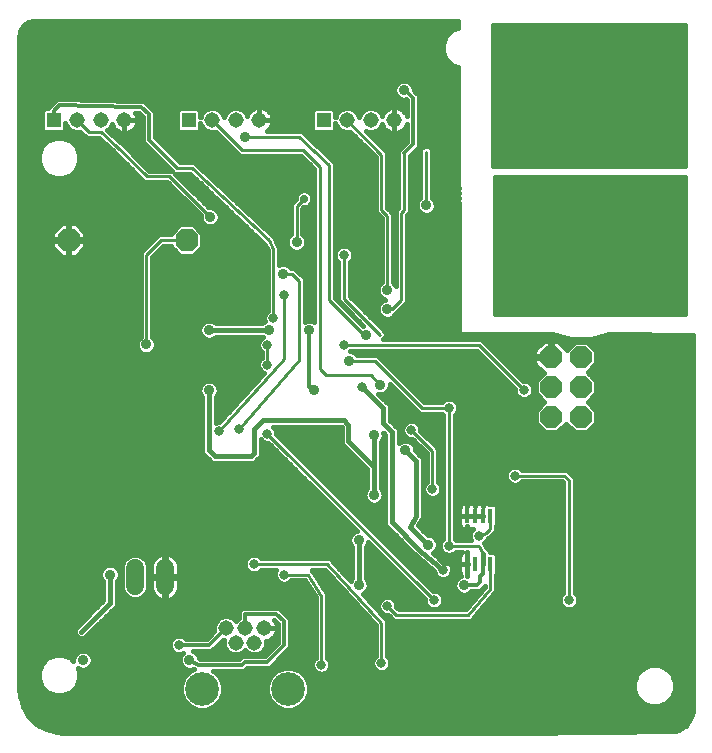
<source format=gbl>
G75*
%MOIN*%
%OFA0B0*%
%FSLAX24Y24*%
%IPPOS*%
%LPD*%
%AMOC8*
5,1,8,0,0,1.08239X$1,22.5*
%
%ADD10C,0.0100*%
%ADD11OC8,0.0760*%
%ADD12OC8,0.0740*%
%ADD13R,0.0177X0.0512*%
%ADD14R,0.0515X0.0515*%
%ADD15C,0.0515*%
%ADD16C,0.3543*%
%ADD17C,0.0600*%
%ADD18C,0.1122*%
%ADD19C,0.0160*%
%ADD20C,0.0317*%
%ADD21C,0.0320*%
%ADD22R,0.0356X0.0356*%
%ADD23C,0.0120*%
%ADD24C,0.0356*%
%ADD25C,0.0277*%
D10*
X013333Y011200D02*
X015783Y011200D01*
X017583Y009250D01*
X017583Y007900D01*
X018083Y009500D02*
X017783Y009800D01*
X018083Y009500D02*
X020483Y009500D01*
X021217Y010384D01*
X021217Y011193D01*
X020983Y011550D02*
X020833Y011800D01*
X019833Y011800D01*
X019833Y016400D01*
X018933Y016400D01*
X017365Y017969D01*
X016514Y017969D01*
X016333Y018500D02*
X020833Y018500D01*
X022333Y017000D01*
X021333Y019500D02*
X021333Y024150D01*
X027733Y024150D01*
X027733Y019500D01*
X021333Y019500D01*
X021333Y019586D02*
X027733Y019586D01*
X027733Y019684D02*
X021333Y019684D01*
X021333Y019783D02*
X027733Y019783D01*
X027733Y019881D02*
X021333Y019881D01*
X021333Y019980D02*
X027733Y019980D01*
X027733Y020078D02*
X021333Y020078D01*
X021333Y020177D02*
X027733Y020177D01*
X027733Y020275D02*
X021333Y020275D01*
X021333Y020374D02*
X027733Y020374D01*
X027733Y020472D02*
X021333Y020472D01*
X021333Y020571D02*
X027733Y020571D01*
X027733Y020669D02*
X021333Y020669D01*
X021333Y020768D02*
X027733Y020768D01*
X027733Y020866D02*
X021333Y020866D01*
X021333Y020965D02*
X027733Y020965D01*
X027733Y021063D02*
X021333Y021063D01*
X021333Y021162D02*
X027733Y021162D01*
X027733Y021260D02*
X021333Y021260D01*
X021333Y021359D02*
X027733Y021359D01*
X027733Y021457D02*
X021333Y021457D01*
X021333Y021556D02*
X027733Y021556D01*
X027733Y021654D02*
X021333Y021654D01*
X021333Y021753D02*
X027733Y021753D01*
X027733Y021851D02*
X021333Y021851D01*
X021333Y021950D02*
X027733Y021950D01*
X027733Y022048D02*
X021333Y022048D01*
X021333Y022147D02*
X027733Y022147D01*
X027733Y022245D02*
X021333Y022245D01*
X021333Y022344D02*
X027733Y022344D01*
X027733Y022442D02*
X021333Y022442D01*
X021333Y022541D02*
X027733Y022541D01*
X027733Y022639D02*
X021333Y022639D01*
X021333Y022738D02*
X027733Y022738D01*
X027733Y022836D02*
X021333Y022836D01*
X021333Y022935D02*
X027733Y022935D01*
X027733Y023033D02*
X021333Y023033D01*
X021333Y023132D02*
X027733Y023132D01*
X027733Y023230D02*
X021333Y023230D01*
X021333Y023329D02*
X027733Y023329D01*
X027733Y023427D02*
X021333Y023427D01*
X021333Y023526D02*
X027733Y023526D01*
X027733Y023624D02*
X021333Y023624D01*
X021333Y023723D02*
X027733Y023723D01*
X027733Y023821D02*
X021333Y023821D01*
X021333Y023920D02*
X027733Y023920D01*
X027733Y024018D02*
X021333Y024018D01*
X021333Y024117D02*
X027733Y024117D01*
X027733Y024450D02*
X021283Y024450D01*
X021283Y029200D01*
X027733Y029200D01*
X027733Y024450D01*
X027733Y024511D02*
X021283Y024511D01*
X021283Y024609D02*
X027733Y024609D01*
X027733Y024708D02*
X021283Y024708D01*
X021283Y024806D02*
X027733Y024806D01*
X027733Y024905D02*
X021283Y024905D01*
X021283Y025003D02*
X027733Y025003D01*
X027733Y025102D02*
X021283Y025102D01*
X021283Y025200D02*
X027733Y025200D01*
X027733Y025299D02*
X021283Y025299D01*
X021283Y025397D02*
X027733Y025397D01*
X027733Y025496D02*
X021283Y025496D01*
X021283Y025594D02*
X027733Y025594D01*
X027733Y025693D02*
X021283Y025693D01*
X021283Y025791D02*
X027733Y025791D01*
X027733Y025890D02*
X021283Y025890D01*
X021283Y025988D02*
X027733Y025988D01*
X027733Y026087D02*
X021283Y026087D01*
X021283Y026185D02*
X027733Y026185D01*
X027733Y026284D02*
X021283Y026284D01*
X021283Y026382D02*
X027733Y026382D01*
X027733Y026481D02*
X021283Y026481D01*
X021283Y026579D02*
X027733Y026579D01*
X027733Y026678D02*
X021283Y026678D01*
X021283Y026776D02*
X027733Y026776D01*
X027733Y026875D02*
X021283Y026875D01*
X021283Y026973D02*
X027733Y026973D01*
X027733Y027072D02*
X021283Y027072D01*
X021283Y027170D02*
X027733Y027170D01*
X027733Y027269D02*
X021283Y027269D01*
X021283Y027367D02*
X027733Y027367D01*
X027733Y027466D02*
X021283Y027466D01*
X021283Y027564D02*
X027733Y027564D01*
X027733Y027663D02*
X021283Y027663D01*
X021283Y027761D02*
X027733Y027761D01*
X027733Y027860D02*
X021283Y027860D01*
X021283Y027958D02*
X027733Y027958D01*
X027733Y028057D02*
X021283Y028057D01*
X021283Y028155D02*
X027733Y028155D01*
X027733Y028254D02*
X021283Y028254D01*
X021283Y028352D02*
X027733Y028352D01*
X027733Y028451D02*
X021283Y028451D01*
X021283Y028549D02*
X027733Y028549D01*
X027733Y028648D02*
X021283Y028648D01*
X021283Y028746D02*
X027733Y028746D01*
X027733Y028845D02*
X021283Y028845D01*
X021283Y028943D02*
X027733Y028943D01*
X027733Y029042D02*
X021283Y029042D01*
X021283Y029140D02*
X027733Y029140D01*
X019073Y024941D02*
X019073Y023165D01*
X018333Y023000D02*
X018247Y022913D01*
X018247Y020016D01*
X017932Y019701D01*
X017774Y019701D01*
X017774Y020331D02*
X017774Y022809D01*
X017583Y023000D01*
X017583Y024850D01*
X016440Y025994D01*
X014983Y025000D02*
X015533Y024450D01*
X015533Y017690D01*
X015727Y017496D01*
X017223Y017496D01*
X017538Y017181D01*
X017533Y018850D02*
X016333Y020050D01*
X016333Y021500D01*
X015833Y020000D02*
X016999Y018835D01*
X017066Y018835D01*
X015833Y020000D02*
X015833Y024500D01*
X014833Y025450D01*
X013177Y025450D01*
X012940Y025000D02*
X014983Y025000D01*
X015001Y023380D02*
X014751Y023131D01*
X014751Y021930D01*
X013983Y021700D02*
X013983Y019406D01*
X014333Y020163D02*
X014333Y018050D01*
X012155Y015621D01*
X012833Y015700D02*
X014833Y018000D01*
X014833Y020646D01*
X014597Y020882D01*
X014310Y020882D01*
X013983Y021700D02*
X013833Y022000D01*
X011283Y024400D01*
X010783Y024400D01*
X010515Y024125D02*
X009758Y024125D01*
X008740Y025144D01*
X008233Y025600D01*
X007833Y025606D01*
X010515Y024125D02*
X011869Y022772D01*
X011093Y022000D02*
X010231Y022000D01*
X009743Y021512D01*
X009743Y018520D01*
X013783Y018500D02*
X013783Y017850D01*
X013782Y015551D02*
X019333Y010000D01*
X020833Y012150D02*
X021083Y012250D01*
X021217Y012384D01*
X021217Y012807D01*
X022033Y014150D02*
X023683Y014150D01*
X023833Y014000D01*
X023833Y010000D01*
X019283Y013700D02*
X019283Y014971D01*
X018583Y015671D01*
X015133Y010850D02*
X014333Y010850D01*
X015133Y010850D02*
X015583Y010150D01*
X015583Y007850D01*
X018333Y023000D02*
X018333Y024894D01*
X012940Y025000D02*
X011940Y026000D01*
D11*
X011093Y022000D03*
X007156Y022000D03*
D12*
X023233Y018100D03*
X024233Y018100D03*
X024233Y017100D03*
X023233Y017100D03*
X023233Y016100D03*
X024233Y016100D03*
D13*
X021217Y012807D03*
X020961Y012807D03*
X020705Y012807D03*
X020449Y012807D03*
X020449Y011193D03*
X020705Y011193D03*
X020961Y011193D03*
X021217Y011193D03*
D14*
X015652Y026000D03*
X011152Y026000D03*
X006652Y026000D03*
D15*
X007440Y026000D03*
X008227Y026000D03*
X009014Y026000D03*
X011940Y026000D03*
X012727Y026000D03*
X013514Y026000D03*
X016440Y026000D03*
X017227Y026000D03*
X018014Y026000D03*
X013663Y009058D03*
X013348Y008585D03*
X013033Y009058D03*
X012718Y008585D03*
X012403Y009058D03*
D16*
X024231Y021354D03*
X024231Y027260D03*
D17*
X010367Y011071D02*
X010367Y010471D01*
X009367Y010471D02*
X009367Y011071D01*
D18*
X011596Y007050D03*
X014470Y007050D03*
D19*
X005976Y005976D02*
X027838Y005976D01*
X027882Y006037D02*
X027729Y005825D01*
X027517Y005671D01*
X027378Y005626D01*
X022128Y005580D01*
X006949Y005580D01*
X006762Y005592D01*
X006400Y005689D01*
X006075Y005877D01*
X005810Y006142D01*
X005623Y006466D01*
X005526Y006828D01*
X005513Y007016D01*
X005513Y028792D01*
X005520Y028874D01*
X005570Y029030D01*
X005667Y029162D01*
X005800Y029259D01*
X005956Y029310D01*
X006038Y029316D01*
X020124Y029316D01*
X020125Y029076D01*
X019927Y028993D01*
X019736Y028802D01*
X019632Y028552D01*
X019632Y028282D01*
X019736Y028032D01*
X019927Y027840D01*
X020131Y027756D01*
X020173Y018879D01*
X023257Y018868D01*
X023283Y018854D01*
X023909Y018700D01*
X024553Y018700D01*
X025179Y018854D01*
X025192Y018861D01*
X027973Y018851D01*
X027973Y006416D01*
X027963Y006285D01*
X027882Y006037D01*
X027914Y006134D02*
X005818Y006134D01*
X005723Y006293D02*
X027964Y006293D01*
X027973Y006451D02*
X014856Y006451D01*
X014867Y006456D02*
X014610Y006349D01*
X014331Y006349D01*
X014073Y006456D01*
X013876Y006653D01*
X013769Y006911D01*
X013769Y007189D01*
X013876Y007447D01*
X014073Y007644D01*
X014331Y007751D01*
X014610Y007751D01*
X014867Y007644D01*
X015065Y007447D01*
X015171Y007189D01*
X015171Y006911D01*
X015065Y006653D01*
X014867Y006456D01*
X015021Y006610D02*
X026262Y006610D01*
X026298Y006574D02*
X026548Y006470D01*
X026819Y006470D01*
X027069Y006574D01*
X027260Y006765D01*
X027363Y007015D01*
X027363Y007285D01*
X027260Y007535D01*
X027069Y007726D01*
X026819Y007830D01*
X026548Y007830D01*
X026298Y007726D01*
X026107Y007535D01*
X026003Y007285D01*
X026003Y007015D01*
X026107Y006765D01*
X026298Y006574D01*
X026106Y006768D02*
X015112Y006768D01*
X015171Y006927D02*
X026040Y006927D01*
X026003Y007085D02*
X015171Y007085D01*
X015149Y007244D02*
X026003Y007244D01*
X026052Y007402D02*
X015083Y007402D01*
X014951Y007561D02*
X015498Y007561D01*
X015524Y007550D02*
X015643Y007550D01*
X015753Y007596D01*
X015838Y007680D01*
X015883Y007790D01*
X015883Y007910D01*
X015838Y008020D01*
X015773Y008084D01*
X015773Y010130D01*
X015786Y010187D01*
X015773Y010206D01*
X015773Y010229D01*
X015732Y010270D01*
X015323Y010906D01*
X015323Y010929D01*
X015282Y010970D01*
X015256Y011010D01*
X015700Y011010D01*
X017393Y009176D01*
X017393Y008134D01*
X017329Y008070D01*
X017283Y007960D01*
X017283Y007840D01*
X017329Y007730D01*
X017413Y007646D01*
X017524Y007600D01*
X017643Y007600D01*
X017753Y007646D01*
X017838Y007730D01*
X017883Y007840D01*
X017883Y007960D01*
X017838Y008070D01*
X017773Y008134D01*
X017773Y009246D01*
X017776Y009321D01*
X017773Y009324D01*
X017773Y009329D01*
X017720Y009382D01*
X016958Y010207D01*
X017014Y010230D01*
X017103Y010320D01*
X017151Y010437D01*
X017151Y010563D01*
X017103Y010680D01*
X017053Y010730D01*
X017053Y011770D01*
X017103Y011820D01*
X017145Y011920D01*
X019033Y010031D01*
X019033Y009940D01*
X019079Y009830D01*
X019163Y009746D01*
X019274Y009700D01*
X019393Y009700D01*
X019503Y009746D01*
X019588Y009830D01*
X019633Y009940D01*
X019633Y010060D01*
X019588Y010170D01*
X019503Y010254D01*
X019393Y010300D01*
X019302Y010300D01*
X014082Y015520D01*
X014082Y015611D01*
X014036Y015721D01*
X013978Y015780D01*
X016242Y015780D01*
X016263Y015759D01*
X016263Y015209D01*
X017063Y014409D01*
X017113Y014359D01*
X017113Y013730D01*
X017064Y013680D01*
X017015Y013563D01*
X017015Y013437D01*
X017064Y013320D01*
X017153Y013230D01*
X017270Y013182D01*
X017397Y013182D01*
X017514Y013230D01*
X017603Y013320D01*
X017651Y013437D01*
X017651Y013563D01*
X017603Y013680D01*
X017553Y013730D01*
X017553Y015270D01*
X017603Y015320D01*
X017651Y015437D01*
X017651Y015563D01*
X017646Y015576D01*
X017713Y015509D01*
X017713Y012509D01*
X017842Y012380D01*
X018670Y011552D01*
X018670Y011543D01*
X018733Y011489D01*
X018792Y011430D01*
X018801Y011430D01*
X019333Y010969D01*
X019333Y010940D01*
X019379Y010830D01*
X019463Y010746D01*
X019574Y010700D01*
X019693Y010700D01*
X019803Y010746D01*
X019888Y010830D01*
X019933Y010940D01*
X019933Y011060D01*
X019888Y011170D01*
X019803Y011254D01*
X019693Y011300D01*
X019623Y011300D01*
X019304Y011576D01*
X019314Y011580D01*
X019403Y011670D01*
X019451Y011787D01*
X019451Y011913D01*
X019403Y012030D01*
X019314Y012120D01*
X019197Y012168D01*
X019126Y012168D01*
X018808Y012487D01*
X018910Y012665D01*
X018953Y012709D01*
X018953Y012742D01*
X018970Y012770D01*
X018953Y012829D01*
X018953Y014741D01*
X018701Y014993D01*
X018701Y015063D01*
X018653Y015180D01*
X018564Y015270D01*
X018447Y015318D01*
X018320Y015318D01*
X018203Y015270D01*
X018153Y015220D01*
X018153Y015691D01*
X017853Y015991D01*
X017853Y016491D01*
X017481Y016863D01*
X017601Y016863D01*
X017718Y016911D01*
X017808Y017001D01*
X017856Y017118D01*
X017856Y017208D01*
X018743Y016321D01*
X018855Y016210D01*
X019599Y016210D01*
X019643Y016166D01*
X019643Y012034D01*
X019579Y011970D01*
X019533Y011860D01*
X019533Y011740D01*
X019579Y011630D01*
X019663Y011546D01*
X019774Y011500D01*
X019893Y011500D01*
X020003Y011546D01*
X020068Y011610D01*
X020280Y011610D01*
X020250Y011593D01*
X020217Y011559D01*
X020193Y011518D01*
X020181Y011473D01*
X020181Y011193D01*
X020449Y011193D01*
X020449Y011193D01*
X020181Y011193D01*
X020181Y010913D01*
X020193Y010868D01*
X020217Y010826D01*
X020238Y010805D01*
X020153Y010770D01*
X020064Y010680D01*
X020015Y010563D01*
X020015Y010437D01*
X020064Y010320D01*
X020153Y010230D01*
X020270Y010182D01*
X020397Y010182D01*
X020514Y010230D01*
X020583Y010300D01*
X020866Y010300D01*
X020966Y010400D01*
X021027Y010461D01*
X021027Y010452D01*
X020394Y009690D01*
X018162Y009690D01*
X018083Y009769D01*
X018083Y009860D01*
X018038Y009970D01*
X017953Y010054D01*
X017843Y010100D01*
X017724Y010100D01*
X017613Y010054D01*
X017529Y009970D01*
X017483Y009860D01*
X017483Y009740D01*
X017529Y009630D01*
X017613Y009546D01*
X017724Y009500D01*
X017815Y009500D01*
X018005Y009310D01*
X020415Y009310D01*
X020423Y009304D01*
X020492Y009310D01*
X020562Y009310D01*
X020569Y009317D01*
X020579Y009318D01*
X020624Y009372D01*
X020673Y009421D01*
X020673Y009431D01*
X021358Y010256D01*
X021407Y010305D01*
X021407Y010315D01*
X021414Y010323D01*
X021407Y010393D01*
X021407Y010840D01*
X021446Y010879D01*
X021446Y011507D01*
X021364Y011589D01*
X021203Y011589D01*
X021203Y011641D01*
X021074Y011770D01*
X021073Y011770D01*
X021023Y011853D01*
X021023Y011879D01*
X021005Y011897D01*
X021088Y011980D01*
X021121Y012060D01*
X021162Y012060D01*
X021190Y012088D01*
X021227Y012103D01*
X021244Y012142D01*
X021407Y012305D01*
X021407Y012455D01*
X021446Y012493D01*
X021446Y013121D01*
X021364Y013203D01*
X021164Y013203D01*
X021160Y013207D01*
X021119Y013231D01*
X021074Y013243D01*
X020961Y013243D01*
X020849Y013243D01*
X020833Y013239D01*
X020818Y013243D01*
X020705Y013243D01*
X020593Y013243D01*
X020577Y013239D01*
X020562Y013243D01*
X020449Y013243D01*
X020337Y013243D01*
X020291Y013231D01*
X020250Y013207D01*
X020217Y013174D01*
X020193Y013132D01*
X020181Y013087D01*
X020181Y012807D01*
X020181Y012527D01*
X020193Y012482D01*
X020217Y012441D01*
X020250Y012407D01*
X020291Y012383D01*
X020337Y012371D01*
X020449Y012371D01*
X020449Y012481D01*
X020449Y012481D01*
X020449Y012371D01*
X020562Y012371D01*
X020577Y012375D01*
X020593Y012371D01*
X020630Y012371D01*
X020579Y012320D01*
X020533Y012210D01*
X020533Y012090D01*
X020575Y011990D01*
X020068Y011990D01*
X020023Y012034D01*
X020023Y016166D01*
X020088Y016230D01*
X020133Y016340D01*
X020133Y016460D01*
X020088Y016570D01*
X020003Y016654D01*
X019893Y016700D01*
X019774Y016700D01*
X019663Y016654D01*
X019599Y016590D01*
X019012Y016590D01*
X017555Y018047D01*
X017555Y018047D01*
X017444Y018159D01*
X016774Y018159D01*
X016695Y018238D01*
X016578Y018287D01*
X016544Y018287D01*
X016568Y018310D01*
X020755Y018310D01*
X022033Y017031D01*
X022033Y016940D01*
X022079Y016830D01*
X022163Y016746D01*
X022274Y016700D01*
X022393Y016700D01*
X022503Y016746D01*
X022588Y016830D01*
X022633Y016940D01*
X022633Y017060D01*
X022588Y017170D01*
X022503Y017254D01*
X022393Y017300D01*
X022302Y017300D01*
X021023Y018579D01*
X020912Y018690D01*
X017642Y018690D01*
X017723Y018771D01*
X017723Y018929D01*
X016523Y020129D01*
X016523Y021266D01*
X016588Y021330D01*
X016633Y021440D01*
X016633Y021560D01*
X016588Y021670D01*
X016503Y021754D01*
X016393Y021800D01*
X016274Y021800D01*
X016163Y021754D01*
X016079Y021670D01*
X016033Y021560D01*
X016033Y021440D01*
X016079Y021330D01*
X016143Y021266D01*
X016143Y019971D01*
X016255Y019860D01*
X016974Y019141D01*
X016965Y019137D01*
X016023Y020079D01*
X016023Y024424D01*
X016025Y024426D01*
X016023Y024502D01*
X016023Y024579D01*
X016021Y024581D01*
X016021Y024584D01*
X015966Y024636D01*
X015912Y024690D01*
X015909Y024690D01*
X014966Y025586D01*
X014912Y025640D01*
X014909Y025640D01*
X014907Y025642D01*
X014831Y025640D01*
X013763Y025640D01*
X013799Y025666D01*
X013848Y025715D01*
X013889Y025771D01*
X013920Y025832D01*
X013941Y025898D01*
X013952Y025966D01*
X013952Y026000D01*
X013952Y026034D01*
X013941Y026102D01*
X013920Y026168D01*
X013889Y026229D01*
X013848Y026285D01*
X013799Y026334D01*
X013744Y026374D01*
X013682Y026405D01*
X013617Y026427D01*
X013549Y026437D01*
X013514Y026437D01*
X013480Y026437D01*
X013412Y026427D01*
X013347Y026405D01*
X013285Y026374D01*
X013229Y026334D01*
X013181Y026285D01*
X013140Y026229D01*
X013109Y026168D01*
X013100Y026139D01*
X013064Y026225D01*
X012952Y026337D01*
X012806Y026397D01*
X012648Y026397D01*
X012502Y026337D01*
X012390Y026225D01*
X012333Y026088D01*
X012277Y026225D01*
X012165Y026337D01*
X012019Y026397D01*
X011861Y026397D01*
X011714Y026337D01*
X011603Y026225D01*
X011550Y026097D01*
X011550Y026315D01*
X011468Y026397D01*
X010837Y026397D01*
X010755Y026315D01*
X010755Y025685D01*
X010837Y025603D01*
X011468Y025603D01*
X011550Y025685D01*
X011550Y025903D01*
X011603Y025775D01*
X011714Y025663D01*
X011861Y025603D01*
X012019Y025603D01*
X012054Y025617D01*
X012750Y024921D01*
X012861Y024810D01*
X014905Y024810D01*
X015343Y024371D01*
X015343Y019278D01*
X015247Y019318D01*
X015120Y019318D01*
X015023Y019278D01*
X015023Y020724D01*
X014676Y021072D01*
X014570Y021072D01*
X014490Y021152D01*
X014373Y021200D01*
X014246Y021200D01*
X014173Y021170D01*
X014173Y021669D01*
X014188Y021715D01*
X014173Y021745D01*
X014173Y021779D01*
X014139Y021813D01*
X014022Y022048D01*
X014021Y022084D01*
X013988Y022115D01*
X013968Y022155D01*
X013933Y022167D01*
X011416Y024536D01*
X011362Y024590D01*
X011359Y024590D01*
X011356Y024592D01*
X011280Y024590D01*
X010876Y024590D01*
X010033Y025433D01*
X010033Y026283D01*
X009916Y026400D01*
X009666Y026650D01*
X009285Y026650D01*
X006918Y026698D01*
X006916Y026700D01*
X006835Y026700D01*
X006755Y026702D01*
X006753Y026700D01*
X006750Y026700D01*
X006693Y026643D01*
X006635Y026587D01*
X006635Y026585D01*
X006452Y026402D01*
X006452Y026397D01*
X006337Y026397D01*
X006255Y026315D01*
X006255Y025685D01*
X006337Y025603D01*
X006968Y025603D01*
X007050Y025685D01*
X007050Y025903D01*
X007103Y025775D01*
X007214Y025663D01*
X007361Y025603D01*
X007519Y025603D01*
X007544Y025613D01*
X007750Y025406D01*
X007916Y025406D01*
X007925Y025415D01*
X008159Y025411D01*
X008609Y025006D01*
X009568Y024047D01*
X009679Y023935D01*
X010436Y023935D01*
X011551Y022821D01*
X011551Y022708D01*
X011599Y022591D01*
X011689Y022502D01*
X011805Y022454D01*
X011932Y022454D01*
X012049Y022502D01*
X012138Y022591D01*
X012187Y022708D01*
X012187Y022835D01*
X012138Y022952D01*
X012049Y023041D01*
X011932Y023090D01*
X011819Y023090D01*
X010709Y024200D01*
X010866Y024200D01*
X010876Y024210D01*
X011208Y024210D01*
X013679Y021885D01*
X013793Y021655D01*
X013793Y019641D01*
X013729Y019576D01*
X013683Y019466D01*
X013683Y019347D01*
X013706Y019292D01*
X013653Y019270D01*
X013603Y019220D01*
X012063Y019220D01*
X012014Y019270D01*
X011897Y019318D01*
X011770Y019318D01*
X011653Y019270D01*
X011564Y019180D01*
X011515Y019063D01*
X011515Y018937D01*
X011564Y018820D01*
X011653Y018730D01*
X011770Y018682D01*
X011897Y018682D01*
X012014Y018730D01*
X012063Y018780D01*
X013603Y018780D01*
X013625Y018759D01*
X013613Y018754D01*
X013529Y018670D01*
X013483Y018560D01*
X013483Y018440D01*
X013529Y018330D01*
X013593Y018266D01*
X013593Y018084D01*
X013529Y018020D01*
X013483Y017910D01*
X013483Y017790D01*
X013529Y017680D01*
X013613Y017596D01*
X013655Y017578D01*
X012168Y015921D01*
X012095Y015921D01*
X012053Y015904D01*
X012053Y016770D01*
X012103Y016820D01*
X012151Y016937D01*
X012151Y017063D01*
X012103Y017180D01*
X012014Y017270D01*
X011897Y017318D01*
X011770Y017318D01*
X011653Y017270D01*
X011564Y017180D01*
X011515Y017063D01*
X011515Y016937D01*
X011564Y016820D01*
X011613Y016770D01*
X011613Y014909D01*
X011813Y014709D01*
X011942Y014580D01*
X013324Y014580D01*
X013424Y014680D01*
X013553Y014809D01*
X013553Y015356D01*
X013612Y015297D01*
X013722Y015251D01*
X013813Y015251D01*
X016753Y012311D01*
X016653Y012270D01*
X016564Y012180D01*
X016515Y012063D01*
X016515Y011937D01*
X016564Y011820D01*
X016613Y011770D01*
X016613Y010730D01*
X016564Y010680D01*
X016551Y010649D01*
X015973Y011274D01*
X015973Y011279D01*
X015920Y011332D01*
X015870Y011387D01*
X015865Y011387D01*
X015862Y011390D01*
X015787Y011390D01*
X015712Y011393D01*
X015709Y011390D01*
X013568Y011390D01*
X013503Y011454D01*
X013393Y011500D01*
X013274Y011500D01*
X013163Y011454D01*
X013079Y011370D01*
X013033Y011260D01*
X013033Y011140D01*
X013079Y011030D01*
X013163Y010946D01*
X013274Y010900D01*
X013393Y010900D01*
X013503Y010946D01*
X013568Y011010D01*
X014075Y011010D01*
X014033Y010910D01*
X014033Y010790D01*
X014079Y010680D01*
X014163Y010596D01*
X014274Y010550D01*
X014393Y010550D01*
X014503Y010596D01*
X014568Y010660D01*
X015030Y010660D01*
X015393Y010094D01*
X015393Y008084D01*
X015329Y008020D01*
X015283Y007910D01*
X015283Y007790D01*
X015329Y007680D01*
X015413Y007596D01*
X015524Y007550D01*
X015668Y007561D02*
X026132Y007561D01*
X026291Y007719D02*
X017827Y007719D01*
X017883Y007878D02*
X027973Y007878D01*
X027973Y008036D02*
X017852Y008036D01*
X017773Y008195D02*
X027973Y008195D01*
X027973Y008353D02*
X017773Y008353D01*
X017773Y008512D02*
X027973Y008512D01*
X027973Y008670D02*
X017773Y008670D01*
X017773Y008829D02*
X027973Y008829D01*
X027973Y008987D02*
X017773Y008987D01*
X017773Y009146D02*
X027973Y009146D01*
X027973Y009304D02*
X020427Y009304D01*
X020422Y009304D02*
X017776Y009304D01*
X017852Y009463D02*
X017646Y009463D01*
X017538Y009621D02*
X017499Y009621D01*
X017483Y009780D02*
X017353Y009780D01*
X017207Y009938D02*
X017516Y009938D01*
X017715Y010097D02*
X017061Y010097D01*
X017038Y010255D02*
X018810Y010255D01*
X018968Y010097D02*
X017851Y010097D01*
X018051Y009938D02*
X019034Y009938D01*
X019130Y009780D02*
X018083Y009780D01*
X018651Y010414D02*
X017142Y010414D01*
X017148Y010572D02*
X018493Y010572D01*
X018334Y010731D02*
X017053Y010731D01*
X017053Y010889D02*
X018176Y010889D01*
X018017Y011048D02*
X017053Y011048D01*
X017053Y011206D02*
X017859Y011206D01*
X017700Y011365D02*
X017053Y011365D01*
X017053Y011523D02*
X017542Y011523D01*
X017383Y011682D02*
X017053Y011682D01*
X017111Y011840D02*
X017225Y011840D01*
X017445Y012157D02*
X018065Y012157D01*
X017907Y012316D02*
X017287Y012316D01*
X017128Y012474D02*
X017748Y012474D01*
X017713Y012633D02*
X016970Y012633D01*
X016811Y012791D02*
X017713Y012791D01*
X017713Y012950D02*
X016653Y012950D01*
X016494Y013108D02*
X017713Y013108D01*
X017713Y013267D02*
X017550Y013267D01*
X017647Y013425D02*
X017713Y013425D01*
X017713Y013584D02*
X017643Y013584D01*
X017713Y013742D02*
X017553Y013742D01*
X017553Y013901D02*
X017713Y013901D01*
X017713Y014059D02*
X017553Y014059D01*
X017553Y014218D02*
X017713Y014218D01*
X017713Y014376D02*
X017553Y014376D01*
X017553Y014535D02*
X017713Y014535D01*
X017713Y014693D02*
X017553Y014693D01*
X017553Y014852D02*
X017713Y014852D01*
X017713Y015010D02*
X017553Y015010D01*
X017553Y015169D02*
X017713Y015169D01*
X017713Y015327D02*
X017606Y015327D01*
X017651Y015486D02*
X017713Y015486D01*
X017933Y015600D02*
X017633Y015900D01*
X017633Y016400D01*
X016933Y017100D01*
X017591Y016754D02*
X018311Y016754D01*
X018153Y016912D02*
X017719Y016912D01*
X017837Y017071D02*
X017994Y017071D01*
X018215Y017388D02*
X021677Y017388D01*
X021519Y017546D02*
X018056Y017546D01*
X017898Y017705D02*
X021360Y017705D01*
X021202Y017863D02*
X017739Y017863D01*
X017581Y018022D02*
X021043Y018022D01*
X020885Y018180D02*
X016753Y018180D01*
X017680Y018973D02*
X020173Y018973D01*
X020172Y019131D02*
X017521Y019131D01*
X017363Y019290D02*
X020172Y019290D01*
X020171Y019448D02*
X017971Y019448D01*
X017954Y019431D02*
X018044Y019521D01*
X018061Y019561D01*
X018122Y019622D01*
X018437Y019937D01*
X018437Y022835D01*
X018523Y022921D01*
X018523Y024801D01*
X018833Y025111D01*
X018833Y026833D01*
X018716Y026950D01*
X018651Y027015D01*
X018651Y027063D01*
X018603Y027180D01*
X018514Y027270D01*
X018397Y027318D01*
X018270Y027318D01*
X018153Y027270D01*
X018064Y027180D01*
X018015Y027063D01*
X018015Y026937D01*
X018064Y026820D01*
X018153Y026730D01*
X018270Y026682D01*
X018397Y026682D01*
X018412Y026688D01*
X018433Y026667D01*
X018433Y026126D01*
X018420Y026168D01*
X018389Y026229D01*
X018348Y026285D01*
X018299Y026334D01*
X018244Y026374D01*
X018182Y026405D01*
X018117Y026427D01*
X018049Y026437D01*
X018014Y026437D01*
X017980Y026437D01*
X017912Y026427D01*
X017847Y026405D01*
X017785Y026374D01*
X017729Y026334D01*
X017681Y026285D01*
X017640Y026229D01*
X017609Y026168D01*
X017600Y026139D01*
X017564Y026225D01*
X017452Y026337D01*
X017306Y026397D01*
X017148Y026397D01*
X017002Y026337D01*
X016890Y026225D01*
X016833Y026088D01*
X016777Y026225D01*
X016665Y026337D01*
X016519Y026397D01*
X016361Y026397D01*
X016214Y026337D01*
X016103Y026225D01*
X016050Y026097D01*
X016050Y026315D01*
X015968Y026397D01*
X015337Y026397D01*
X015255Y026315D01*
X015255Y025685D01*
X015337Y025603D01*
X015968Y025603D01*
X016050Y025685D01*
X016050Y025903D01*
X016103Y025775D01*
X016214Y025663D01*
X016361Y025603D01*
X016519Y025603D01*
X016549Y025615D01*
X017393Y024771D01*
X017393Y022921D01*
X017584Y022730D01*
X017584Y020591D01*
X017505Y020511D01*
X017456Y020394D01*
X017456Y020267D01*
X017505Y020151D01*
X017594Y020061D01*
X017703Y020016D01*
X017594Y019970D01*
X017505Y019881D01*
X017456Y019764D01*
X017456Y019638D01*
X017505Y019521D01*
X017594Y019431D01*
X017711Y019383D01*
X017838Y019383D01*
X017954Y019431D01*
X018106Y019607D02*
X020170Y019607D01*
X020169Y019765D02*
X018265Y019765D01*
X018423Y019924D02*
X020169Y019924D01*
X020168Y020082D02*
X018437Y020082D01*
X018437Y020241D02*
X020167Y020241D01*
X020166Y020399D02*
X018437Y020399D01*
X018437Y020558D02*
X020166Y020558D01*
X020165Y020716D02*
X018437Y020716D01*
X018437Y020875D02*
X020164Y020875D01*
X020163Y021033D02*
X018437Y021033D01*
X018437Y021192D02*
X020163Y021192D01*
X020162Y021350D02*
X018437Y021350D01*
X018437Y021509D02*
X020161Y021509D01*
X020160Y021667D02*
X018437Y021667D01*
X018437Y021826D02*
X020160Y021826D01*
X020159Y021984D02*
X018437Y021984D01*
X018437Y022143D02*
X020158Y022143D01*
X020157Y022301D02*
X018437Y022301D01*
X018437Y022460D02*
X020157Y022460D01*
X020156Y022618D02*
X018437Y022618D01*
X018437Y022777D02*
X020155Y022777D01*
X020154Y022935D02*
X019293Y022935D01*
X019254Y022896D02*
X019343Y022985D01*
X019392Y023102D01*
X019392Y023229D01*
X019343Y023346D01*
X019263Y023425D01*
X019263Y025020D01*
X019152Y025131D01*
X018995Y025131D01*
X018883Y025020D01*
X018883Y023425D01*
X018804Y023346D01*
X018755Y023229D01*
X018755Y023102D01*
X018804Y022985D01*
X018893Y022896D01*
X019010Y022847D01*
X019137Y022847D01*
X019254Y022896D01*
X019388Y023094D02*
X020154Y023094D01*
X020153Y023252D02*
X019382Y023252D01*
X019278Y023411D02*
X020152Y023411D01*
X020151Y023569D02*
X019263Y023569D01*
X019263Y023728D02*
X020151Y023728D01*
X020150Y023886D02*
X019263Y023886D01*
X019263Y024045D02*
X020149Y024045D01*
X020148Y024203D02*
X019263Y024203D01*
X019263Y024362D02*
X020148Y024362D01*
X020147Y024520D02*
X019263Y024520D01*
X019263Y024679D02*
X020146Y024679D01*
X020145Y024837D02*
X019263Y024837D01*
X019263Y024996D02*
X020144Y024996D01*
X020144Y025154D02*
X018833Y025154D01*
X018833Y025313D02*
X020143Y025313D01*
X020142Y025471D02*
X018833Y025471D01*
X018833Y025630D02*
X020141Y025630D01*
X020141Y025788D02*
X018833Y025788D01*
X018833Y025947D02*
X020140Y025947D01*
X020139Y026105D02*
X018833Y026105D01*
X018833Y026264D02*
X020138Y026264D01*
X020138Y026422D02*
X018833Y026422D01*
X018833Y026581D02*
X020137Y026581D01*
X020136Y026739D02*
X018833Y026739D01*
X018769Y026898D02*
X020135Y026898D01*
X020135Y027056D02*
X018651Y027056D01*
X018569Y027215D02*
X020134Y027215D01*
X020133Y027373D02*
X005513Y027373D01*
X005513Y027215D02*
X018098Y027215D01*
X018015Y027056D02*
X005513Y027056D01*
X005513Y026898D02*
X018031Y026898D01*
X018144Y026739D02*
X005513Y026739D01*
X005513Y026581D02*
X006631Y026581D01*
X006473Y026422D02*
X005513Y026422D01*
X005513Y026264D02*
X006255Y026264D01*
X006255Y026105D02*
X005513Y026105D01*
X005513Y025947D02*
X006255Y025947D01*
X006255Y025788D02*
X005513Y025788D01*
X005513Y025630D02*
X006310Y025630D01*
X006448Y025313D02*
X006257Y025121D01*
X006153Y024871D01*
X006153Y024601D01*
X006257Y024351D01*
X006448Y024160D01*
X006698Y024056D01*
X006969Y024056D01*
X007219Y024160D01*
X007410Y024351D01*
X007513Y024601D01*
X007513Y024871D01*
X007410Y025121D01*
X007219Y025313D01*
X008268Y025313D01*
X008444Y025154D02*
X007377Y025154D01*
X007462Y024996D02*
X008619Y024996D01*
X008778Y024837D02*
X007513Y024837D01*
X007513Y024679D02*
X008936Y024679D01*
X009095Y024520D02*
X007480Y024520D01*
X007414Y024362D02*
X009253Y024362D01*
X009412Y024203D02*
X007262Y024203D01*
X006405Y024203D02*
X005513Y024203D01*
X005513Y024045D02*
X009570Y024045D01*
X009837Y024315D02*
X010585Y024315D01*
X009633Y025267D01*
X009633Y026117D01*
X009500Y026250D01*
X009374Y026250D01*
X009389Y026229D01*
X009420Y026168D01*
X009441Y026102D01*
X009452Y026034D01*
X009452Y026000D01*
X009014Y026000D01*
X009014Y026000D01*
X009014Y025563D01*
X008980Y025563D01*
X008912Y025573D01*
X008847Y025595D01*
X008785Y025626D01*
X008729Y025666D01*
X008681Y025715D01*
X008640Y025771D01*
X008609Y025832D01*
X008600Y025861D01*
X008564Y025775D01*
X008452Y025663D01*
X008449Y025662D01*
X008813Y025334D01*
X008818Y025334D01*
X008870Y025282D01*
X008925Y025232D01*
X008926Y025226D01*
X009837Y024315D01*
X009791Y024362D02*
X010539Y024362D01*
X010380Y024520D02*
X009632Y024520D01*
X009474Y024679D02*
X010222Y024679D01*
X010063Y024837D02*
X009315Y024837D01*
X009157Y024996D02*
X009905Y024996D01*
X009746Y025154D02*
X008998Y025154D01*
X008840Y025313D02*
X009633Y025313D01*
X009633Y025471D02*
X008660Y025471D01*
X008780Y025630D02*
X008484Y025630D01*
X008569Y025788D02*
X008631Y025788D01*
X009014Y025788D02*
X009014Y025788D01*
X009014Y025630D02*
X009014Y025630D01*
X009014Y025563D02*
X009049Y025563D01*
X009117Y025573D01*
X009182Y025595D01*
X009244Y025626D01*
X009299Y025666D01*
X009348Y025715D01*
X009389Y025771D01*
X009420Y025832D01*
X009441Y025898D01*
X009452Y025966D01*
X009452Y026000D01*
X009014Y026000D01*
X009014Y025563D01*
X009249Y025630D02*
X009633Y025630D01*
X009633Y025788D02*
X009397Y025788D01*
X009449Y025947D02*
X009633Y025947D01*
X009633Y026105D02*
X009440Y026105D01*
X009894Y026422D02*
X013398Y026422D01*
X013514Y026422D02*
X013514Y026422D01*
X013514Y026437D02*
X013514Y026000D01*
X013514Y026000D01*
X013514Y026437D01*
X013631Y026422D02*
X017898Y026422D01*
X018014Y026422D02*
X018014Y026422D01*
X018014Y026437D02*
X018014Y026000D01*
X018014Y026000D01*
X018014Y026000D01*
X018014Y025563D01*
X017980Y025563D01*
X017912Y025573D01*
X017847Y025595D01*
X017785Y025626D01*
X017729Y025666D01*
X017681Y025715D01*
X017640Y025771D01*
X017609Y025832D01*
X017600Y025861D01*
X017564Y025775D01*
X017452Y025663D01*
X017306Y025603D01*
X017148Y025603D01*
X017065Y025637D01*
X017662Y025040D01*
X017773Y024929D01*
X017773Y023079D01*
X017853Y022999D01*
X017964Y022888D01*
X017964Y020591D01*
X018044Y020511D01*
X018057Y020480D01*
X018057Y022992D01*
X018143Y023079D01*
X018143Y024801D01*
X018133Y024811D01*
X018133Y024977D01*
X018433Y025277D01*
X018433Y025874D01*
X018420Y025832D01*
X018389Y025771D01*
X018348Y025715D01*
X018299Y025666D01*
X018244Y025626D01*
X018182Y025595D01*
X018117Y025573D01*
X018049Y025563D01*
X018014Y025563D01*
X018014Y026000D01*
X018014Y026437D01*
X018131Y026422D02*
X018433Y026422D01*
X018433Y026264D02*
X018364Y026264D01*
X018433Y026581D02*
X009736Y026581D01*
X010033Y026264D02*
X010755Y026264D01*
X010755Y026105D02*
X010033Y026105D01*
X010033Y025947D02*
X010755Y025947D01*
X010755Y025788D02*
X010033Y025788D01*
X010033Y025630D02*
X010810Y025630D01*
X011495Y025630D02*
X011795Y025630D01*
X011597Y025788D02*
X011550Y025788D01*
X011550Y026105D02*
X011553Y026105D01*
X011550Y026264D02*
X011641Y026264D01*
X012238Y026264D02*
X012428Y026264D01*
X012340Y026105D02*
X012326Y026105D01*
X012200Y025471D02*
X010033Y025471D01*
X010154Y025313D02*
X012358Y025313D01*
X012517Y025154D02*
X010312Y025154D01*
X010471Y024996D02*
X012675Y024996D01*
X012834Y024837D02*
X010629Y024837D01*
X010788Y024679D02*
X015036Y024679D01*
X015195Y024520D02*
X011433Y024520D01*
X011601Y024362D02*
X015343Y024362D01*
X015343Y024203D02*
X011770Y024203D01*
X011938Y024045D02*
X015343Y024045D01*
X015343Y023886D02*
X012107Y023886D01*
X012275Y023728D02*
X015343Y023728D01*
X015343Y023569D02*
X015206Y023569D01*
X015237Y023538D02*
X015159Y023617D01*
X015056Y023659D01*
X014945Y023659D01*
X014843Y023617D01*
X014764Y023538D01*
X014722Y023436D01*
X014722Y023370D01*
X014561Y023209D01*
X014561Y022190D01*
X014481Y022111D01*
X014433Y021994D01*
X014433Y021867D01*
X014481Y021750D01*
X014571Y021661D01*
X014688Y021612D01*
X014814Y021612D01*
X014931Y021661D01*
X015021Y021750D01*
X015069Y021867D01*
X015069Y021994D01*
X015021Y022111D01*
X014941Y022190D01*
X014941Y023052D01*
X014991Y023102D01*
X015056Y023102D01*
X015159Y023144D01*
X015237Y023222D01*
X015279Y023325D01*
X015279Y023436D01*
X015237Y023538D01*
X015279Y023411D02*
X015343Y023411D01*
X015343Y023252D02*
X015249Y023252D01*
X015343Y023094D02*
X014983Y023094D01*
X014941Y022935D02*
X015343Y022935D01*
X015343Y022777D02*
X014941Y022777D01*
X014941Y022618D02*
X015343Y022618D01*
X015343Y022460D02*
X014941Y022460D01*
X014941Y022301D02*
X015343Y022301D01*
X015343Y022143D02*
X014989Y022143D01*
X015069Y021984D02*
X015343Y021984D01*
X015343Y021826D02*
X015052Y021826D01*
X014938Y021667D02*
X015343Y021667D01*
X015343Y021509D02*
X014173Y021509D01*
X014173Y021667D02*
X014564Y021667D01*
X014450Y021826D02*
X014133Y021826D01*
X014054Y021984D02*
X014433Y021984D01*
X014513Y022143D02*
X013974Y022143D01*
X013791Y022301D02*
X014561Y022301D01*
X014561Y022460D02*
X013622Y022460D01*
X013454Y022618D02*
X014561Y022618D01*
X014561Y022777D02*
X013285Y022777D01*
X013117Y022935D02*
X014561Y022935D01*
X014561Y023094D02*
X012949Y023094D01*
X012780Y023252D02*
X014604Y023252D01*
X014722Y023411D02*
X012612Y023411D01*
X012443Y023569D02*
X014795Y023569D01*
X015924Y024679D02*
X017393Y024679D01*
X017393Y024520D02*
X016023Y024520D01*
X016023Y024362D02*
X017393Y024362D01*
X017393Y024203D02*
X016023Y024203D01*
X016023Y024045D02*
X017393Y024045D01*
X017393Y023886D02*
X016023Y023886D01*
X016023Y023728D02*
X017393Y023728D01*
X017393Y023569D02*
X016023Y023569D01*
X016023Y023411D02*
X017393Y023411D01*
X017393Y023252D02*
X016023Y023252D01*
X016023Y023094D02*
X017393Y023094D01*
X017393Y022935D02*
X016023Y022935D01*
X016023Y022777D02*
X017538Y022777D01*
X017584Y022618D02*
X016023Y022618D01*
X016023Y022460D02*
X017584Y022460D01*
X017584Y022301D02*
X016023Y022301D01*
X016023Y022143D02*
X017584Y022143D01*
X017584Y021984D02*
X016023Y021984D01*
X016023Y021826D02*
X017584Y021826D01*
X017584Y021667D02*
X016589Y021667D01*
X016633Y021509D02*
X017584Y021509D01*
X017584Y021350D02*
X016596Y021350D01*
X016523Y021192D02*
X017584Y021192D01*
X017584Y021033D02*
X016523Y021033D01*
X016523Y020875D02*
X017584Y020875D01*
X017584Y020716D02*
X016523Y020716D01*
X016523Y020558D02*
X017551Y020558D01*
X017458Y020399D02*
X016523Y020399D01*
X016523Y020241D02*
X017467Y020241D01*
X017573Y020082D02*
X016570Y020082D01*
X016729Y019924D02*
X017547Y019924D01*
X017457Y019765D02*
X016887Y019765D01*
X017046Y019607D02*
X017469Y019607D01*
X017577Y019448D02*
X017204Y019448D01*
X016825Y019290D02*
X016813Y019290D01*
X016667Y019448D02*
X016654Y019448D01*
X016508Y019607D02*
X016496Y019607D01*
X016350Y019765D02*
X016337Y019765D01*
X016191Y019924D02*
X016179Y019924D01*
X016143Y020082D02*
X016023Y020082D01*
X016023Y020241D02*
X016143Y020241D01*
X016143Y020399D02*
X016023Y020399D01*
X016023Y020558D02*
X016143Y020558D01*
X016143Y020716D02*
X016023Y020716D01*
X016023Y020875D02*
X016143Y020875D01*
X016143Y021033D02*
X016023Y021033D01*
X016023Y021192D02*
X016143Y021192D01*
X016071Y021350D02*
X016023Y021350D01*
X016023Y021509D02*
X016033Y021509D01*
X016023Y021667D02*
X016078Y021667D01*
X015343Y021350D02*
X014173Y021350D01*
X014173Y021192D02*
X014226Y021192D01*
X014393Y021192D02*
X015343Y021192D01*
X015343Y021033D02*
X014715Y021033D01*
X014873Y020875D02*
X015343Y020875D01*
X015343Y020716D02*
X015023Y020716D01*
X015023Y020558D02*
X015343Y020558D01*
X015343Y020399D02*
X015023Y020399D01*
X015023Y020241D02*
X015343Y020241D01*
X015343Y020082D02*
X015023Y020082D01*
X015023Y019924D02*
X015343Y019924D01*
X015343Y019765D02*
X015023Y019765D01*
X015023Y019607D02*
X015343Y019607D01*
X015343Y019448D02*
X015023Y019448D01*
X015023Y019290D02*
X015051Y019290D01*
X015316Y019290D02*
X015343Y019290D01*
X013833Y019000D02*
X011833Y019000D01*
X011543Y019131D02*
X009933Y019131D01*
X009933Y018973D02*
X011515Y018973D01*
X011569Y018814D02*
X009933Y018814D01*
X009933Y018780D02*
X009933Y021433D01*
X010310Y021810D01*
X010573Y021810D01*
X010573Y021785D01*
X010878Y021480D01*
X011309Y021480D01*
X011613Y021785D01*
X011613Y022215D01*
X011309Y022520D01*
X010878Y022520D01*
X010573Y022215D01*
X010573Y022190D01*
X010152Y022190D01*
X009664Y021702D01*
X009553Y021591D01*
X009553Y018780D01*
X009473Y018700D01*
X009425Y018583D01*
X009425Y018456D01*
X009473Y018339D01*
X009563Y018250D01*
X009680Y018202D01*
X009806Y018202D01*
X009923Y018250D01*
X010012Y018339D01*
X010061Y018456D01*
X010061Y018583D01*
X010012Y018700D01*
X009933Y018780D01*
X010031Y018656D02*
X013523Y018656D01*
X013483Y018497D02*
X010061Y018497D01*
X010011Y018339D02*
X013526Y018339D01*
X013593Y018180D02*
X005513Y018180D01*
X005513Y018022D02*
X013531Y018022D01*
X013483Y017863D02*
X005513Y017863D01*
X005513Y017705D02*
X013519Y017705D01*
X013626Y017546D02*
X005513Y017546D01*
X005513Y017388D02*
X013484Y017388D01*
X013342Y017229D02*
X012054Y017229D01*
X012148Y017071D02*
X013199Y017071D01*
X013057Y016912D02*
X012141Y016912D01*
X012053Y016754D02*
X012915Y016754D01*
X012773Y016595D02*
X012053Y016595D01*
X012053Y016437D02*
X012631Y016437D01*
X012489Y016278D02*
X012053Y016278D01*
X012053Y016120D02*
X012346Y016120D01*
X012204Y015961D02*
X012053Y015961D01*
X011613Y015961D02*
X005513Y015961D01*
X005513Y015803D02*
X011613Y015803D01*
X011613Y015644D02*
X005513Y015644D01*
X005513Y015486D02*
X011613Y015486D01*
X011613Y015327D02*
X005513Y015327D01*
X005513Y015169D02*
X011613Y015169D01*
X011613Y015010D02*
X005513Y015010D01*
X005513Y014852D02*
X011671Y014852D01*
X011833Y015000D02*
X012033Y014800D01*
X013233Y014800D01*
X013333Y014900D01*
X013333Y015700D01*
X013633Y016000D01*
X016333Y016000D01*
X016483Y015850D01*
X016483Y015300D01*
X017283Y014500D01*
X017333Y014500D01*
X017333Y013500D01*
X017117Y013267D02*
X016336Y013267D01*
X016177Y013425D02*
X017020Y013425D01*
X017024Y013584D02*
X016019Y013584D01*
X015860Y013742D02*
X017113Y013742D01*
X017113Y013901D02*
X015702Y013901D01*
X015543Y014059D02*
X017113Y014059D01*
X017113Y014218D02*
X015385Y014218D01*
X015226Y014376D02*
X017096Y014376D01*
X016938Y014535D02*
X015068Y014535D01*
X014909Y014693D02*
X016779Y014693D01*
X016621Y014852D02*
X014751Y014852D01*
X014592Y015010D02*
X016462Y015010D01*
X016304Y015169D02*
X014434Y015169D01*
X014275Y015327D02*
X016263Y015327D01*
X016263Y015486D02*
X014117Y015486D01*
X014068Y015644D02*
X016263Y015644D01*
X017333Y015500D02*
X017333Y014500D01*
X018383Y015000D02*
X018733Y014650D01*
X018733Y012800D01*
X018533Y012450D01*
X019133Y011850D01*
X019451Y011840D02*
X019533Y011840D01*
X019558Y011682D02*
X019408Y011682D01*
X019366Y011523D02*
X019718Y011523D01*
X019949Y011523D02*
X020196Y011523D01*
X020181Y011365D02*
X019549Y011365D01*
X019852Y011206D02*
X020181Y011206D01*
X020181Y011048D02*
X019933Y011048D01*
X019912Y010889D02*
X020187Y010889D01*
X020114Y010731D02*
X019767Y010731D01*
X019500Y010731D02*
X018872Y010731D01*
X018713Y010889D02*
X019355Y010889D01*
X019243Y011048D02*
X018555Y011048D01*
X018396Y011206D02*
X019060Y011206D01*
X018877Y011365D02*
X018238Y011365D01*
X018079Y011523D02*
X018694Y011523D01*
X018541Y011682D02*
X017921Y011682D01*
X017762Y011840D02*
X018382Y011840D01*
X018224Y011999D02*
X017604Y011999D01*
X017933Y012600D02*
X017933Y015600D01*
X018153Y015644D02*
X018283Y015644D01*
X018283Y015612D02*
X018329Y015501D01*
X018413Y015417D01*
X018524Y015371D01*
X018615Y015371D01*
X019093Y014893D01*
X019093Y013934D01*
X019029Y013870D01*
X018983Y013760D01*
X018983Y013640D01*
X019029Y013530D01*
X019113Y013446D01*
X019224Y013400D01*
X019343Y013400D01*
X019453Y013446D01*
X019538Y013530D01*
X019583Y013640D01*
X019583Y013760D01*
X019538Y013870D01*
X019473Y013934D01*
X019473Y015050D01*
X019362Y015161D01*
X018883Y015640D01*
X018883Y015731D01*
X018838Y015841D01*
X018753Y015926D01*
X018643Y015971D01*
X018524Y015971D01*
X018413Y015926D01*
X018329Y015841D01*
X018283Y015731D01*
X018283Y015612D01*
X018345Y015486D02*
X018153Y015486D01*
X018153Y015327D02*
X018659Y015327D01*
X018658Y015169D02*
X018817Y015169D01*
X018701Y015010D02*
X018976Y015010D01*
X019093Y014852D02*
X018843Y014852D01*
X018953Y014693D02*
X019093Y014693D01*
X019093Y014535D02*
X018953Y014535D01*
X018953Y014376D02*
X019093Y014376D01*
X019093Y014218D02*
X018953Y014218D01*
X018953Y014059D02*
X019093Y014059D01*
X019060Y013901D02*
X018953Y013901D01*
X018953Y013742D02*
X018983Y013742D01*
X019007Y013584D02*
X018953Y013584D01*
X018953Y013425D02*
X019163Y013425D01*
X019403Y013425D02*
X019643Y013425D01*
X019643Y013267D02*
X018953Y013267D01*
X018953Y013108D02*
X019643Y013108D01*
X019643Y012950D02*
X018953Y012950D01*
X018964Y012791D02*
X019643Y012791D01*
X019643Y012633D02*
X018891Y012633D01*
X018820Y012474D02*
X019643Y012474D01*
X019643Y012316D02*
X018979Y012316D01*
X019223Y012157D02*
X019643Y012157D01*
X019608Y011999D02*
X019416Y011999D01*
X018883Y011650D02*
X017933Y012600D01*
X016749Y012316D02*
X005513Y012316D01*
X005513Y012474D02*
X016591Y012474D01*
X016432Y012633D02*
X005513Y012633D01*
X005513Y012791D02*
X016274Y012791D01*
X016115Y012950D02*
X005513Y012950D01*
X005513Y013108D02*
X015957Y013108D01*
X015798Y013267D02*
X005513Y013267D01*
X005513Y013425D02*
X015640Y013425D01*
X015481Y013584D02*
X005513Y013584D01*
X005513Y013742D02*
X015323Y013742D01*
X015164Y013901D02*
X005513Y013901D01*
X005513Y014059D02*
X015006Y014059D01*
X014847Y014218D02*
X005513Y014218D01*
X005513Y014376D02*
X014689Y014376D01*
X014530Y014535D02*
X005513Y014535D01*
X005513Y014693D02*
X011829Y014693D01*
X011833Y015000D02*
X011833Y017000D01*
X011612Y017229D02*
X005513Y017229D01*
X005513Y017071D02*
X011518Y017071D01*
X011525Y016912D02*
X005513Y016912D01*
X005513Y016754D02*
X011613Y016754D01*
X011613Y016595D02*
X005513Y016595D01*
X005513Y016437D02*
X011613Y016437D01*
X011613Y016278D02*
X005513Y016278D01*
X005513Y016120D02*
X011613Y016120D01*
X013437Y014693D02*
X014372Y014693D01*
X014213Y014852D02*
X013553Y014852D01*
X013553Y015010D02*
X014055Y015010D01*
X013896Y015169D02*
X013553Y015169D01*
X013553Y015327D02*
X013582Y015327D01*
X015333Y017000D02*
X015183Y017150D01*
X013701Y019290D02*
X011966Y019290D01*
X011701Y019290D02*
X009933Y019290D01*
X009933Y019448D02*
X013683Y019448D01*
X013759Y019607D02*
X009933Y019607D01*
X009933Y019765D02*
X013793Y019765D01*
X013793Y019924D02*
X009933Y019924D01*
X009933Y020082D02*
X013793Y020082D01*
X013793Y020241D02*
X009933Y020241D01*
X009933Y020399D02*
X013793Y020399D01*
X013793Y020558D02*
X009933Y020558D01*
X009933Y020716D02*
X013793Y020716D01*
X013793Y020875D02*
X009933Y020875D01*
X009933Y021033D02*
X013793Y021033D01*
X013793Y021192D02*
X009933Y021192D01*
X009933Y021350D02*
X013793Y021350D01*
X013793Y021509D02*
X011337Y021509D01*
X011496Y021667D02*
X013787Y021667D01*
X013708Y021826D02*
X011613Y021826D01*
X011613Y021984D02*
X013573Y021984D01*
X013405Y022143D02*
X011613Y022143D01*
X011528Y022301D02*
X013236Y022301D01*
X013068Y022460D02*
X011946Y022460D01*
X011791Y022460D02*
X011369Y022460D01*
X011588Y022618D02*
X005513Y022618D01*
X005513Y022460D02*
X006824Y022460D01*
X006924Y022560D02*
X006596Y022232D01*
X006596Y022020D01*
X007136Y022020D01*
X007136Y021980D01*
X006596Y021980D01*
X006596Y021768D01*
X006924Y021440D01*
X007136Y021440D01*
X007136Y021980D01*
X007176Y021980D01*
X007176Y021440D01*
X007388Y021440D01*
X007716Y021768D01*
X007716Y021980D01*
X007176Y021980D01*
X007176Y022020D01*
X007136Y022020D01*
X007136Y022560D01*
X006924Y022560D01*
X007136Y022460D02*
X007176Y022460D01*
X007176Y022560D02*
X007388Y022560D01*
X007716Y022232D01*
X007716Y022020D01*
X007176Y022020D01*
X007176Y022560D01*
X007176Y022301D02*
X007136Y022301D01*
X007136Y022143D02*
X007176Y022143D01*
X007176Y021984D02*
X009946Y021984D01*
X009788Y021826D02*
X007716Y021826D01*
X007615Y021667D02*
X009629Y021667D01*
X009553Y021509D02*
X007457Y021509D01*
X007176Y021509D02*
X007136Y021509D01*
X007136Y021667D02*
X007176Y021667D01*
X007176Y021826D02*
X007136Y021826D01*
X007136Y021984D02*
X005513Y021984D01*
X005513Y021826D02*
X006596Y021826D01*
X006697Y021667D02*
X005513Y021667D01*
X005513Y021509D02*
X006856Y021509D01*
X006596Y022143D02*
X005513Y022143D01*
X005513Y022301D02*
X006665Y022301D01*
X007489Y022460D02*
X010817Y022460D01*
X010659Y022301D02*
X007647Y022301D01*
X007716Y022143D02*
X010105Y022143D01*
X010167Y021667D02*
X010691Y021667D01*
X010849Y021509D02*
X010008Y021509D01*
X009553Y021350D02*
X005513Y021350D01*
X005513Y021192D02*
X009553Y021192D01*
X009553Y021033D02*
X005513Y021033D01*
X005513Y020875D02*
X009553Y020875D01*
X009553Y020716D02*
X005513Y020716D01*
X005513Y020558D02*
X009553Y020558D01*
X009553Y020399D02*
X005513Y020399D01*
X005513Y020241D02*
X009553Y020241D01*
X009553Y020082D02*
X005513Y020082D01*
X005513Y019924D02*
X009553Y019924D01*
X009553Y019765D02*
X005513Y019765D01*
X005513Y019607D02*
X009553Y019607D01*
X009553Y019448D02*
X005513Y019448D01*
X005513Y019290D02*
X009553Y019290D01*
X009553Y019131D02*
X005513Y019131D01*
X005513Y018973D02*
X009553Y018973D01*
X009553Y018814D02*
X005513Y018814D01*
X005513Y018656D02*
X009455Y018656D01*
X009425Y018497D02*
X005513Y018497D01*
X005513Y018339D02*
X009474Y018339D01*
X011551Y022777D02*
X005513Y022777D01*
X005513Y022935D02*
X011437Y022935D01*
X011278Y023094D02*
X005513Y023094D01*
X005513Y023252D02*
X011120Y023252D01*
X010961Y023411D02*
X005513Y023411D01*
X005513Y023569D02*
X010803Y023569D01*
X010644Y023728D02*
X005513Y023728D01*
X005513Y023886D02*
X010486Y023886D01*
X010865Y024045D02*
X011384Y024045D01*
X011215Y024203D02*
X010869Y024203D01*
X011023Y023886D02*
X011552Y023886D01*
X011721Y023728D02*
X011182Y023728D01*
X011340Y023569D02*
X011889Y023569D01*
X012057Y023411D02*
X011499Y023411D01*
X011657Y023252D02*
X012226Y023252D01*
X012394Y023094D02*
X011816Y023094D01*
X012145Y022935D02*
X012563Y022935D01*
X012731Y022777D02*
X012187Y022777D01*
X012149Y022618D02*
X012899Y022618D01*
X015421Y025154D02*
X017011Y025154D01*
X017169Y024996D02*
X015588Y024996D01*
X015754Y024837D02*
X017328Y024837D01*
X017548Y025154D02*
X018311Y025154D01*
X018433Y025313D02*
X017390Y025313D01*
X017231Y025471D02*
X018433Y025471D01*
X018433Y025630D02*
X018249Y025630D01*
X018397Y025788D02*
X018433Y025788D01*
X018014Y025788D02*
X018014Y025788D01*
X018014Y025630D02*
X018014Y025630D01*
X017780Y025630D02*
X017371Y025630D01*
X017569Y025788D02*
X017631Y025788D01*
X018014Y025947D02*
X018014Y025947D01*
X018014Y026105D02*
X018014Y026105D01*
X018014Y026264D02*
X018014Y026264D01*
X017665Y026264D02*
X017526Y026264D01*
X016928Y026264D02*
X016738Y026264D01*
X016826Y026105D02*
X016840Y026105D01*
X017073Y025630D02*
X017083Y025630D01*
X016852Y025313D02*
X015254Y025313D01*
X015087Y025471D02*
X016694Y025471D01*
X016295Y025630D02*
X015995Y025630D01*
X016050Y025788D02*
X016097Y025788D01*
X016050Y026105D02*
X016053Y026105D01*
X016050Y026264D02*
X016141Y026264D01*
X015310Y025630D02*
X014923Y025630D01*
X015255Y025788D02*
X013897Y025788D01*
X013949Y025947D02*
X015255Y025947D01*
X015255Y026105D02*
X013940Y026105D01*
X013952Y026000D02*
X013514Y026000D01*
X013514Y026000D01*
X013952Y026000D01*
X013864Y026264D02*
X015255Y026264D01*
X013514Y026264D02*
X013514Y026264D01*
X013514Y026105D02*
X013514Y026105D01*
X013165Y026264D02*
X013026Y026264D01*
X009014Y026000D02*
X009014Y026000D01*
X009014Y025947D02*
X009014Y025947D01*
X007686Y025471D02*
X005513Y025471D01*
X005513Y025313D02*
X006448Y025313D01*
X006698Y025416D01*
X006969Y025416D01*
X007219Y025313D01*
X007295Y025630D02*
X006995Y025630D01*
X007050Y025788D02*
X007097Y025788D01*
X006289Y025154D02*
X005513Y025154D01*
X005513Y024996D02*
X006205Y024996D01*
X006153Y024837D02*
X005513Y024837D01*
X005513Y024679D02*
X006153Y024679D01*
X006187Y024520D02*
X005513Y024520D01*
X005513Y024362D02*
X006253Y024362D01*
X005513Y027532D02*
X020132Y027532D01*
X020132Y027690D02*
X005513Y027690D01*
X005513Y027849D02*
X019919Y027849D01*
X019760Y028007D02*
X005513Y028007D01*
X005513Y028166D02*
X019680Y028166D01*
X019632Y028324D02*
X005513Y028324D01*
X005513Y028483D02*
X019632Y028483D01*
X019669Y028641D02*
X005513Y028641D01*
X005514Y028800D02*
X019735Y028800D01*
X019892Y028958D02*
X005547Y028958D01*
X005634Y029117D02*
X020125Y029117D01*
X020124Y029275D02*
X005849Y029275D01*
X017707Y024996D02*
X018152Y024996D01*
X018133Y024837D02*
X017773Y024837D01*
X017773Y024679D02*
X018143Y024679D01*
X018143Y024520D02*
X017773Y024520D01*
X017773Y024362D02*
X018143Y024362D01*
X018143Y024203D02*
X017773Y024203D01*
X017773Y024045D02*
X018143Y024045D01*
X018143Y023886D02*
X017773Y023886D01*
X017773Y023728D02*
X018143Y023728D01*
X018143Y023569D02*
X017773Y023569D01*
X017773Y023411D02*
X018143Y023411D01*
X018143Y023252D02*
X017773Y023252D01*
X017773Y023094D02*
X018143Y023094D01*
X018057Y022935D02*
X017917Y022935D01*
X017964Y022777D02*
X018057Y022777D01*
X018057Y022618D02*
X017964Y022618D01*
X017964Y022460D02*
X018057Y022460D01*
X018057Y022301D02*
X017964Y022301D01*
X017964Y022143D02*
X018057Y022143D01*
X018057Y021984D02*
X017964Y021984D01*
X017964Y021826D02*
X018057Y021826D01*
X018057Y021667D02*
X017964Y021667D01*
X017964Y021509D02*
X018057Y021509D01*
X018057Y021350D02*
X017964Y021350D01*
X017964Y021192D02*
X018057Y021192D01*
X018057Y021033D02*
X017964Y021033D01*
X017964Y020875D02*
X018057Y020875D01*
X018057Y020716D02*
X017964Y020716D01*
X017997Y020558D02*
X018057Y020558D01*
X017723Y018814D02*
X023447Y018814D01*
X023461Y018650D02*
X023253Y018650D01*
X023253Y018120D01*
X023213Y018120D01*
X023213Y018080D01*
X022683Y018080D01*
X022683Y017872D01*
X022984Y017572D01*
X022723Y017311D01*
X022723Y016889D01*
X023012Y016600D01*
X022723Y016311D01*
X022723Y015889D01*
X023022Y015590D01*
X023445Y015590D01*
X023733Y015879D01*
X024022Y015590D01*
X024445Y015590D01*
X024743Y015889D01*
X024743Y016311D01*
X024455Y016600D01*
X024743Y016889D01*
X024743Y017311D01*
X024455Y017600D01*
X024743Y017889D01*
X024743Y018311D01*
X024445Y018610D01*
X024022Y018610D01*
X023762Y018350D01*
X023461Y018650D01*
X023614Y018497D02*
X023909Y018497D01*
X023283Y018854D02*
X023283Y018854D01*
X023213Y018650D02*
X023006Y018650D01*
X022683Y018328D01*
X022683Y018120D01*
X023213Y018120D01*
X023213Y018650D01*
X023213Y018497D02*
X023253Y018497D01*
X023253Y018339D02*
X023213Y018339D01*
X023213Y018180D02*
X023253Y018180D01*
X022853Y018497D02*
X021105Y018497D01*
X021264Y018339D02*
X022694Y018339D01*
X022683Y018180D02*
X021422Y018180D01*
X021581Y018022D02*
X022683Y018022D01*
X022692Y017863D02*
X021739Y017863D01*
X021898Y017705D02*
X022851Y017705D01*
X022958Y017546D02*
X022056Y017546D01*
X022215Y017388D02*
X022800Y017388D01*
X022723Y017229D02*
X022529Y017229D01*
X022629Y017071D02*
X022723Y017071D01*
X022723Y016912D02*
X022622Y016912D01*
X022511Y016754D02*
X022859Y016754D01*
X023007Y016595D02*
X020063Y016595D01*
X020133Y016437D02*
X022849Y016437D01*
X022723Y016278D02*
X020108Y016278D01*
X020023Y016120D02*
X022723Y016120D01*
X022723Y015961D02*
X020023Y015961D01*
X020023Y015803D02*
X022810Y015803D01*
X022968Y015644D02*
X020023Y015644D01*
X020023Y015486D02*
X027973Y015486D01*
X027973Y015644D02*
X024499Y015644D01*
X024657Y015803D02*
X027973Y015803D01*
X027973Y015961D02*
X024743Y015961D01*
X024743Y016120D02*
X027973Y016120D01*
X027973Y016278D02*
X024743Y016278D01*
X024618Y016437D02*
X027973Y016437D01*
X027973Y016595D02*
X024460Y016595D01*
X024608Y016754D02*
X027973Y016754D01*
X027973Y016912D02*
X024743Y016912D01*
X024743Y017071D02*
X027973Y017071D01*
X027973Y017229D02*
X024743Y017229D01*
X024667Y017388D02*
X027973Y017388D01*
X027973Y017546D02*
X024509Y017546D01*
X024559Y017705D02*
X027973Y017705D01*
X027973Y017863D02*
X024718Y017863D01*
X024743Y018022D02*
X027973Y018022D01*
X027973Y018180D02*
X024743Y018180D01*
X024716Y018339D02*
X027973Y018339D01*
X027973Y018497D02*
X024558Y018497D01*
X025015Y018814D02*
X027973Y018814D01*
X027973Y018656D02*
X020947Y018656D01*
X021836Y017229D02*
X018373Y017229D01*
X018532Y017071D02*
X021994Y017071D01*
X022045Y016912D02*
X018690Y016912D01*
X018849Y016754D02*
X022156Y016754D01*
X023499Y015644D02*
X023968Y015644D01*
X023810Y015803D02*
X023657Y015803D01*
X023762Y014340D02*
X022268Y014340D01*
X022203Y014404D01*
X022093Y014450D01*
X021974Y014450D01*
X021863Y014404D01*
X021779Y014320D01*
X021733Y014210D01*
X021733Y014090D01*
X021779Y013980D01*
X021863Y013896D01*
X021974Y013850D01*
X022093Y013850D01*
X022203Y013896D01*
X022268Y013960D01*
X023605Y013960D01*
X023643Y013921D01*
X023643Y010234D01*
X023579Y010170D01*
X023533Y010060D01*
X023533Y009940D01*
X023579Y009830D01*
X023663Y009746D01*
X023774Y009700D01*
X023893Y009700D01*
X024003Y009746D01*
X024088Y009830D01*
X024133Y009940D01*
X024133Y010060D01*
X024088Y010170D01*
X024023Y010234D01*
X024023Y014079D01*
X023912Y014190D01*
X023873Y014229D01*
X023762Y014340D01*
X023885Y014218D02*
X027973Y014218D01*
X027973Y014376D02*
X022232Y014376D01*
X022208Y013901D02*
X023643Y013901D01*
X023643Y013742D02*
X020023Y013742D01*
X020023Y013584D02*
X023643Y013584D01*
X023643Y013425D02*
X020023Y013425D01*
X020023Y013267D02*
X023643Y013267D01*
X023643Y013108D02*
X021446Y013108D01*
X021446Y012950D02*
X023643Y012950D01*
X023643Y012791D02*
X021446Y012791D01*
X021446Y012633D02*
X023643Y012633D01*
X023643Y012474D02*
X021427Y012474D01*
X021407Y012316D02*
X023643Y012316D01*
X023643Y012157D02*
X021259Y012157D01*
X021095Y011999D02*
X023643Y011999D01*
X023643Y011840D02*
X021031Y011840D01*
X021163Y011682D02*
X023643Y011682D01*
X023643Y011523D02*
X021430Y011523D01*
X021446Y011365D02*
X023643Y011365D01*
X023643Y011206D02*
X021446Y011206D01*
X021446Y011048D02*
X023643Y011048D01*
X023643Y010889D02*
X021446Y010889D01*
X021407Y010731D02*
X023643Y010731D01*
X023643Y010572D02*
X021407Y010572D01*
X021407Y010414D02*
X023643Y010414D01*
X023643Y010255D02*
X021357Y010255D01*
X021226Y010097D02*
X023549Y010097D01*
X023534Y009938D02*
X021094Y009938D01*
X020962Y009780D02*
X023630Y009780D01*
X024037Y009780D02*
X027973Y009780D01*
X027973Y009938D02*
X024132Y009938D01*
X024118Y010097D02*
X027973Y010097D01*
X027973Y010255D02*
X024023Y010255D01*
X024023Y010414D02*
X027973Y010414D01*
X027973Y010572D02*
X024023Y010572D01*
X024023Y010731D02*
X027973Y010731D01*
X027973Y010889D02*
X024023Y010889D01*
X024023Y011048D02*
X027973Y011048D01*
X027973Y011206D02*
X024023Y011206D01*
X024023Y011365D02*
X027973Y011365D01*
X027973Y011523D02*
X024023Y011523D01*
X024023Y011682D02*
X027973Y011682D01*
X027973Y011840D02*
X024023Y011840D01*
X024023Y011999D02*
X027973Y011999D01*
X027973Y012157D02*
X024023Y012157D01*
X024023Y012316D02*
X027973Y012316D01*
X027973Y012474D02*
X024023Y012474D01*
X024023Y012633D02*
X027973Y012633D01*
X027973Y012791D02*
X024023Y012791D01*
X024023Y012950D02*
X027973Y012950D01*
X027973Y013108D02*
X024023Y013108D01*
X024023Y013267D02*
X027973Y013267D01*
X027973Y013425D02*
X024023Y013425D01*
X024023Y013584D02*
X027973Y013584D01*
X027973Y013742D02*
X024023Y013742D01*
X024023Y013901D02*
X027973Y013901D01*
X027973Y014059D02*
X024023Y014059D01*
X021859Y013901D02*
X020023Y013901D01*
X020023Y014059D02*
X021746Y014059D01*
X021737Y014218D02*
X020023Y014218D01*
X020023Y014376D02*
X021835Y014376D01*
X020961Y013243D02*
X020961Y013133D01*
X020961Y013133D01*
X020961Y013243D01*
X020705Y013243D02*
X020705Y013133D01*
X020705Y013243D01*
X020705Y013133D02*
X020705Y013133D01*
X020705Y013133D01*
X020449Y013133D02*
X020449Y013243D01*
X020449Y013133D01*
X020449Y013133D01*
X020187Y013108D02*
X020023Y013108D01*
X020023Y012950D02*
X020181Y012950D01*
X020181Y012807D02*
X020449Y012807D01*
X020181Y012807D01*
X020181Y012791D02*
X020023Y012791D01*
X020023Y012633D02*
X020181Y012633D01*
X020198Y012474D02*
X020023Y012474D01*
X020023Y012316D02*
X020577Y012316D01*
X020533Y012157D02*
X020023Y012157D01*
X020059Y011999D02*
X020571Y011999D01*
X020449Y012474D02*
X020449Y012474D01*
X020449Y012807D02*
X020449Y012807D01*
X020705Y012807D01*
X020705Y012807D01*
X020449Y012807D01*
X020449Y012807D01*
X020705Y012807D02*
X020961Y012807D01*
X020961Y012807D01*
X020705Y012807D01*
X020705Y012807D01*
X019643Y013584D02*
X019560Y013584D01*
X019583Y013742D02*
X019643Y013742D01*
X019643Y013901D02*
X019507Y013901D01*
X019473Y014059D02*
X019643Y014059D01*
X019643Y014218D02*
X019473Y014218D01*
X019473Y014376D02*
X019643Y014376D01*
X019643Y014535D02*
X019473Y014535D01*
X019473Y014693D02*
X019643Y014693D01*
X019643Y014852D02*
X019473Y014852D01*
X019473Y015010D02*
X019643Y015010D01*
X019643Y015169D02*
X019355Y015169D01*
X019196Y015327D02*
X019643Y015327D01*
X019643Y015486D02*
X019038Y015486D01*
X018883Y015644D02*
X019643Y015644D01*
X019643Y015803D02*
X018854Y015803D01*
X018668Y015961D02*
X019643Y015961D01*
X019643Y016120D02*
X017853Y016120D01*
X017853Y016278D02*
X018787Y016278D01*
X018743Y016321D02*
X018743Y016321D01*
X018628Y016437D02*
X017853Y016437D01*
X017749Y016595D02*
X018470Y016595D01*
X019007Y016595D02*
X019604Y016595D01*
X018499Y015961D02*
X017883Y015961D01*
X018042Y015803D02*
X018313Y015803D01*
X020023Y015327D02*
X027973Y015327D01*
X027973Y015169D02*
X020023Y015169D01*
X020023Y015010D02*
X027973Y015010D01*
X027973Y014852D02*
X020023Y014852D01*
X020023Y014693D02*
X027973Y014693D01*
X027973Y014535D02*
X020023Y014535D01*
X018883Y011650D02*
X019633Y011000D01*
X020019Y010572D02*
X019030Y010572D01*
X019189Y010414D02*
X020025Y010414D01*
X020128Y010255D02*
X019502Y010255D01*
X019618Y010097D02*
X020732Y010097D01*
X020863Y010255D02*
X020538Y010255D01*
X020600Y009938D02*
X019632Y009938D01*
X019537Y009780D02*
X020468Y009780D01*
X020699Y009463D02*
X027973Y009463D01*
X027973Y009621D02*
X020831Y009621D01*
X020980Y010414D02*
X020995Y010414D01*
X020449Y010796D02*
X020449Y011193D01*
X020449Y011610D01*
X020449Y011610D01*
X020449Y011193D01*
X020449Y011193D01*
X020449Y010796D01*
X020449Y010796D01*
X020449Y010889D02*
X020449Y010889D01*
X020449Y011048D02*
X020449Y011048D01*
X020449Y011193D02*
X020449Y011193D01*
X020477Y011193D01*
X020477Y011193D01*
X020449Y011193D01*
X020449Y011193D01*
X020449Y011206D02*
X020449Y011206D01*
X020449Y011365D02*
X020449Y011365D01*
X020449Y011523D02*
X020449Y011523D01*
X020983Y011550D02*
X020983Y011193D01*
X017393Y009146D02*
X015773Y009146D01*
X015773Y009304D02*
X017275Y009304D01*
X017129Y009463D02*
X015773Y009463D01*
X015773Y009621D02*
X016982Y009621D01*
X016836Y009780D02*
X015773Y009780D01*
X015773Y009938D02*
X016690Y009938D01*
X016543Y010097D02*
X015773Y010097D01*
X015747Y010255D02*
X016397Y010255D01*
X016251Y010414D02*
X015640Y010414D01*
X015538Y010572D02*
X016104Y010572D01*
X015958Y010731D02*
X015436Y010731D01*
X015334Y010889D02*
X015812Y010889D01*
X016036Y011206D02*
X016613Y011206D01*
X016613Y011048D02*
X016183Y011048D01*
X016329Y010889D02*
X016613Y010889D01*
X016613Y010731D02*
X016475Y010731D01*
X016833Y010500D02*
X016833Y012000D01*
X016515Y011999D02*
X005513Y011999D01*
X005513Y012157D02*
X016554Y012157D01*
X016555Y011840D02*
X005513Y011840D01*
X005513Y011682D02*
X016613Y011682D01*
X016613Y011523D02*
X010530Y011523D01*
X010551Y011516D02*
X010480Y011539D01*
X010405Y011551D01*
X010387Y011551D01*
X010387Y010791D01*
X010847Y010791D01*
X010847Y011109D01*
X010835Y011184D01*
X010812Y011256D01*
X010778Y011323D01*
X010733Y011384D01*
X010680Y011437D01*
X010619Y011482D01*
X010551Y011516D01*
X010387Y011523D02*
X010347Y011523D01*
X010347Y011551D02*
X010329Y011551D01*
X010255Y011539D01*
X010183Y011516D01*
X010116Y011482D01*
X010054Y011437D01*
X010001Y011384D01*
X009957Y011323D01*
X009922Y011256D01*
X009899Y011184D01*
X009887Y011109D01*
X009887Y010791D01*
X010347Y010791D01*
X010347Y010751D01*
X010387Y010751D01*
X010387Y009991D01*
X010405Y009991D01*
X010480Y010003D01*
X010551Y010026D01*
X010619Y010061D01*
X010680Y010105D01*
X010733Y010159D01*
X010778Y010220D01*
X010812Y010287D01*
X010835Y010359D01*
X010847Y010433D01*
X010847Y010751D01*
X010387Y010751D01*
X010387Y010791D01*
X010347Y010791D01*
X010347Y011551D01*
X010204Y011523D02*
X005513Y011523D01*
X005513Y011365D02*
X009038Y011365D01*
X008994Y011320D02*
X009118Y011444D01*
X009280Y011511D01*
X009455Y011511D01*
X009616Y011444D01*
X009740Y011320D01*
X009807Y011159D01*
X009807Y010384D01*
X009740Y010222D01*
X009616Y010098D01*
X009455Y010031D01*
X009280Y010031D01*
X009118Y010098D01*
X008994Y010222D01*
X008927Y010384D01*
X008927Y011159D01*
X008994Y011320D01*
X008947Y011206D02*
X005513Y011206D01*
X005513Y011048D02*
X008281Y011048D01*
X008264Y011030D02*
X008215Y010913D01*
X008215Y010787D01*
X008264Y010670D01*
X008313Y010620D01*
X008313Y009991D01*
X007363Y009041D01*
X007363Y008859D01*
X007492Y008730D01*
X007674Y008730D01*
X008624Y009680D01*
X008753Y009809D01*
X008753Y010620D01*
X008803Y010670D01*
X008851Y010787D01*
X008851Y010913D01*
X008803Y011030D01*
X008714Y011120D01*
X008597Y011168D01*
X008470Y011168D01*
X008353Y011120D01*
X008264Y011030D01*
X008215Y010889D02*
X005513Y010889D01*
X005513Y010731D02*
X008239Y010731D01*
X008313Y010572D02*
X005513Y010572D01*
X005513Y010414D02*
X008313Y010414D01*
X008313Y010255D02*
X005513Y010255D01*
X005513Y010097D02*
X008313Y010097D01*
X008260Y009938D02*
X005513Y009938D01*
X005513Y009780D02*
X008102Y009780D01*
X007943Y009621D02*
X005513Y009621D01*
X005513Y009463D02*
X007785Y009463D01*
X007626Y009304D02*
X005513Y009304D01*
X005513Y009146D02*
X007468Y009146D01*
X007363Y008987D02*
X005513Y008987D01*
X005513Y008829D02*
X007394Y008829D01*
X007583Y008950D02*
X008533Y009900D01*
X008533Y010850D01*
X008828Y010731D02*
X008927Y010731D01*
X008927Y010889D02*
X008851Y010889D01*
X008786Y011048D02*
X008927Y011048D01*
X008927Y010572D02*
X008753Y010572D01*
X008753Y010414D02*
X008927Y010414D01*
X008981Y010255D02*
X008753Y010255D01*
X008753Y010097D02*
X009122Y010097D01*
X008753Y009938D02*
X015393Y009938D01*
X015393Y009780D02*
X008724Y009780D01*
X008565Y009621D02*
X012833Y009621D01*
X012833Y009633D02*
X012833Y009405D01*
X012808Y009395D01*
X012718Y009305D01*
X012629Y009395D01*
X012482Y009455D01*
X012324Y009455D01*
X012178Y009395D01*
X012066Y009283D01*
X012006Y009137D01*
X012006Y008979D01*
X012016Y008954D01*
X011763Y008700D01*
X011055Y008700D01*
X011002Y008753D01*
X010893Y008798D01*
X010774Y008798D01*
X010664Y008753D01*
X010580Y008669D01*
X010535Y008559D01*
X010535Y008441D01*
X010580Y008331D01*
X010664Y008247D01*
X010774Y008202D01*
X010893Y008202D01*
X010965Y008232D01*
X010914Y008180D01*
X010865Y008063D01*
X010865Y007937D01*
X010914Y007820D01*
X011003Y007730D01*
X011120Y007682D01*
X011247Y007682D01*
X011315Y007710D01*
X011335Y007701D01*
X011199Y007644D01*
X011002Y007447D01*
X010895Y007189D01*
X010895Y006911D01*
X011002Y006653D01*
X011199Y006456D01*
X011457Y006349D01*
X011736Y006349D01*
X011993Y006456D01*
X012191Y006653D01*
X012297Y006911D01*
X012297Y007189D01*
X012191Y007447D01*
X011993Y007644D01*
X011980Y007650D01*
X013016Y007650D01*
X013116Y007750D01*
X013866Y007750D01*
X014416Y008300D01*
X014533Y008417D01*
X014533Y009383D01*
X014283Y009633D01*
X014166Y009750D01*
X012950Y009750D01*
X012833Y009633D01*
X012833Y009463D02*
X008407Y009463D01*
X008248Y009304D02*
X012087Y009304D01*
X012009Y009146D02*
X008090Y009146D01*
X007931Y008987D02*
X012006Y008987D01*
X011891Y008829D02*
X007773Y008829D01*
X007697Y008318D02*
X007570Y008318D01*
X007453Y008270D01*
X007364Y008180D01*
X007315Y008063D01*
X007315Y007980D01*
X007219Y008076D01*
X006969Y008180D01*
X006698Y008180D01*
X006448Y008076D01*
X006257Y007885D01*
X006153Y007635D01*
X006153Y007365D01*
X006257Y007115D01*
X006448Y006924D01*
X006698Y006820D01*
X006969Y006820D01*
X007219Y006924D01*
X007410Y007115D01*
X007513Y007365D01*
X007513Y007635D01*
X007478Y007720D01*
X007570Y007682D01*
X007697Y007682D01*
X007814Y007730D01*
X007903Y007820D01*
X007951Y007937D01*
X007951Y008063D01*
X007903Y008180D01*
X007814Y008270D01*
X007697Y008318D01*
X007889Y008195D02*
X010928Y008195D01*
X010865Y008036D02*
X007951Y008036D01*
X007927Y007878D02*
X010890Y007878D01*
X011030Y007719D02*
X007786Y007719D01*
X007480Y007719D02*
X007479Y007719D01*
X007513Y007561D02*
X011115Y007561D01*
X010983Y007402D02*
X007513Y007402D01*
X007463Y007244D02*
X010918Y007244D01*
X010895Y007085D02*
X007380Y007085D01*
X007221Y006927D02*
X010895Y006927D01*
X010954Y006768D02*
X005542Y006768D01*
X005519Y006927D02*
X006445Y006927D01*
X006287Y007085D02*
X005513Y007085D01*
X005513Y007244D02*
X006204Y007244D01*
X006153Y007402D02*
X005513Y007402D01*
X005513Y007561D02*
X006153Y007561D01*
X006188Y007719D02*
X005513Y007719D01*
X005513Y007878D02*
X006254Y007878D01*
X006408Y008036D02*
X005513Y008036D01*
X005513Y008195D02*
X007378Y008195D01*
X007315Y008036D02*
X007259Y008036D01*
X005584Y006610D02*
X011045Y006610D01*
X011211Y006451D02*
X005631Y006451D01*
X006178Y005817D02*
X027718Y005817D01*
X027478Y005659D02*
X006514Y005659D01*
X005513Y008353D02*
X010571Y008353D01*
X010535Y008512D02*
X005513Y008512D01*
X005513Y008670D02*
X010581Y008670D01*
X011290Y008300D02*
X011928Y008300D01*
X012299Y008671D01*
X012321Y008662D01*
X012321Y008506D01*
X012381Y008360D01*
X012493Y008248D01*
X012639Y008188D01*
X012797Y008188D01*
X012944Y008248D01*
X013033Y008338D01*
X013123Y008248D01*
X013269Y008188D01*
X013427Y008188D01*
X013573Y008248D01*
X013685Y008360D01*
X013746Y008506D01*
X013746Y008628D01*
X013766Y008631D01*
X013831Y008652D01*
X013893Y008684D01*
X013948Y008724D01*
X013997Y008773D01*
X014037Y008829D01*
X014069Y008890D01*
X014090Y008955D01*
X014101Y009023D01*
X014101Y009058D01*
X014101Y009092D01*
X014090Y009160D01*
X014069Y009226D01*
X014037Y009287D01*
X013997Y009343D01*
X013990Y009350D01*
X014000Y009350D01*
X014133Y009217D01*
X014133Y008583D01*
X013700Y008150D01*
X012950Y008150D01*
X012850Y008050D01*
X011531Y008050D01*
X011501Y008065D01*
X011453Y008180D01*
X011364Y008270D01*
X011290Y008300D01*
X011439Y008195D02*
X012623Y008195D01*
X012813Y008195D02*
X013253Y008195D01*
X013443Y008195D02*
X013745Y008195D01*
X013678Y008353D02*
X013903Y008353D01*
X013746Y008512D02*
X014062Y008512D01*
X014133Y008670D02*
X013866Y008670D01*
X014037Y008829D02*
X014133Y008829D01*
X014133Y008987D02*
X014095Y008987D01*
X014101Y009058D02*
X013663Y009058D01*
X014101Y009058D01*
X014092Y009146D02*
X014133Y009146D01*
X014046Y009304D02*
X014025Y009304D01*
X014295Y009621D02*
X015393Y009621D01*
X015393Y009463D02*
X014454Y009463D01*
X014533Y009304D02*
X015393Y009304D01*
X015393Y009146D02*
X014533Y009146D01*
X014533Y008987D02*
X015393Y008987D01*
X015393Y008829D02*
X014533Y008829D01*
X014533Y008670D02*
X015393Y008670D01*
X015393Y008512D02*
X014533Y008512D01*
X014469Y008353D02*
X015393Y008353D01*
X015393Y008195D02*
X014311Y008195D01*
X014152Y008036D02*
X015345Y008036D01*
X015283Y007878D02*
X013994Y007878D01*
X014254Y007719D02*
X013085Y007719D01*
X013857Y007402D02*
X012209Y007402D01*
X012275Y007244D02*
X013792Y007244D01*
X013769Y007085D02*
X012297Y007085D01*
X012297Y006927D02*
X013769Y006927D01*
X013828Y006768D02*
X012238Y006768D01*
X012147Y006610D02*
X013919Y006610D01*
X014085Y006451D02*
X011982Y006451D01*
X012077Y007561D02*
X013989Y007561D01*
X014687Y007719D02*
X015313Y007719D01*
X015854Y007719D02*
X017340Y007719D01*
X017283Y007878D02*
X015883Y007878D01*
X015822Y008036D02*
X017315Y008036D01*
X017393Y008195D02*
X015773Y008195D01*
X015773Y008353D02*
X017393Y008353D01*
X017393Y008512D02*
X015773Y008512D01*
X015773Y008670D02*
X017393Y008670D01*
X017393Y008829D02*
X015773Y008829D01*
X015773Y008987D02*
X017393Y008987D01*
X015392Y010097D02*
X010668Y010097D01*
X010796Y010255D02*
X015290Y010255D01*
X015188Y010414D02*
X010844Y010414D01*
X010847Y010572D02*
X014221Y010572D01*
X014446Y010572D02*
X015086Y010572D01*
X014058Y010731D02*
X010847Y010731D01*
X010847Y010889D02*
X014033Y010889D01*
X013072Y011048D02*
X010847Y011048D01*
X010828Y011206D02*
X013033Y011206D01*
X013077Y011365D02*
X010747Y011365D01*
X010387Y011365D02*
X010347Y011365D01*
X010347Y011206D02*
X010387Y011206D01*
X010387Y011048D02*
X010347Y011048D01*
X010347Y010889D02*
X010387Y010889D01*
X010347Y010751D02*
X009887Y010751D01*
X009887Y010433D01*
X009899Y010359D01*
X009922Y010287D01*
X009957Y010220D01*
X010001Y010159D01*
X010054Y010105D01*
X010116Y010061D01*
X010183Y010026D01*
X010255Y010003D01*
X010329Y009991D01*
X010347Y009991D01*
X010347Y010751D01*
X010347Y010731D02*
X010387Y010731D01*
X010387Y010572D02*
X010347Y010572D01*
X010347Y010414D02*
X010387Y010414D01*
X010387Y010255D02*
X010347Y010255D01*
X010347Y010097D02*
X010387Y010097D01*
X010066Y010097D02*
X009612Y010097D01*
X009754Y010255D02*
X009939Y010255D01*
X009890Y010414D02*
X009807Y010414D01*
X009807Y010572D02*
X009887Y010572D01*
X009887Y010731D02*
X009807Y010731D01*
X009807Y010889D02*
X009887Y010889D01*
X009887Y011048D02*
X009807Y011048D01*
X009788Y011206D02*
X009906Y011206D01*
X009987Y011365D02*
X009696Y011365D01*
X012298Y008670D02*
X012301Y008670D01*
X012321Y008512D02*
X012140Y008512D01*
X011981Y008353D02*
X012389Y008353D01*
X013663Y009058D02*
X013663Y009058D01*
X015890Y011365D02*
X016613Y011365D01*
X025179Y018854D02*
X025179Y018854D01*
X018854Y022935D02*
X018523Y022935D01*
X018523Y023094D02*
X018759Y023094D01*
X018765Y023252D02*
X018523Y023252D01*
X018523Y023411D02*
X018869Y023411D01*
X018883Y023569D02*
X018523Y023569D01*
X018523Y023728D02*
X018883Y023728D01*
X018883Y023886D02*
X018523Y023886D01*
X018523Y024045D02*
X018883Y024045D01*
X018883Y024203D02*
X018523Y024203D01*
X018523Y024362D02*
X018883Y024362D01*
X018883Y024520D02*
X018523Y024520D01*
X018523Y024679D02*
X018883Y024679D01*
X018883Y024837D02*
X018560Y024837D01*
X018718Y024996D02*
X018883Y024996D01*
X027076Y007719D02*
X027973Y007719D01*
X027973Y007561D02*
X027234Y007561D01*
X027315Y007402D02*
X027973Y007402D01*
X027973Y007244D02*
X027363Y007244D01*
X027363Y007085D02*
X027973Y007085D01*
X027973Y006927D02*
X027327Y006927D01*
X027261Y006768D02*
X027973Y006768D01*
X027973Y006610D02*
X027104Y006610D01*
D20*
X020383Y014950D03*
X011063Y014257D03*
X009218Y016868D03*
X006533Y015000D03*
X010833Y008500D03*
D21*
X013333Y011200D03*
X014333Y010850D03*
X015583Y007850D03*
X017583Y007900D03*
X017783Y009800D03*
X019333Y010000D03*
X019633Y011000D03*
X019833Y011800D03*
X020833Y012150D03*
X019283Y013700D03*
X018583Y015671D03*
X019833Y016400D03*
X022333Y017000D03*
X022033Y014150D03*
X023183Y010900D03*
X023833Y010000D03*
X024733Y010900D03*
X024833Y006800D03*
X015833Y015450D03*
X016933Y017100D03*
X016333Y018500D03*
X014333Y020163D03*
X013983Y019406D03*
X013783Y018500D03*
X013783Y017850D03*
X013782Y015551D03*
X012833Y015700D03*
X012155Y015621D03*
X016333Y021500D03*
X019333Y026500D03*
D22*
X021383Y017150D03*
D23*
X020333Y013400D02*
X020333Y013350D01*
X020433Y013250D01*
X020433Y012823D01*
X020449Y012807D01*
X019433Y012600D02*
X019433Y012500D01*
X019333Y012500D01*
X019433Y012500D02*
X019483Y011400D01*
X019633Y011200D01*
X020442Y011200D01*
X020449Y011193D01*
X020961Y011193D02*
X020961Y010878D01*
X020883Y010800D01*
X020883Y010600D01*
X020783Y010500D01*
X020333Y010500D01*
X014333Y009300D02*
X014333Y008500D01*
X013783Y007950D01*
X013033Y007950D01*
X012933Y007850D01*
X011483Y007850D01*
X011183Y008000D01*
X010833Y008500D02*
X011846Y008500D01*
X012403Y009058D01*
X013033Y009058D02*
X013033Y009550D01*
X014083Y009550D01*
X014333Y009300D01*
X015183Y017150D02*
X015183Y019000D01*
X010783Y024400D02*
X009833Y025350D01*
X009833Y026200D01*
X009583Y026450D01*
X009283Y026450D01*
X006833Y026500D01*
X006652Y026319D01*
X006652Y026000D01*
X007440Y026000D02*
X007833Y025606D01*
X013033Y025450D02*
X013177Y025450D01*
X018333Y024894D02*
X018633Y025194D01*
X018633Y026750D01*
X018383Y027000D01*
X018333Y027000D01*
D24*
X018333Y027000D03*
X019073Y023165D03*
X017774Y020331D03*
X017774Y019701D03*
X017066Y018835D03*
X016514Y017969D03*
X017538Y017181D03*
X017333Y015500D03*
X018383Y015000D03*
X017333Y013500D03*
X016833Y012000D03*
X016833Y010500D03*
X019133Y011850D03*
X019333Y012500D03*
X020333Y013400D03*
X020333Y010500D03*
X014683Y015450D03*
X015333Y017000D03*
X015183Y019000D03*
X013833Y019000D03*
X011833Y019000D03*
X011833Y017000D03*
X009743Y018520D03*
X011869Y022772D03*
X014310Y020882D03*
X014751Y021930D03*
X013033Y025450D03*
X027333Y016000D03*
X011183Y008000D03*
X008533Y010850D03*
X007633Y008000D03*
D25*
X021672Y019633D03*
X021672Y020370D03*
X021672Y021157D03*
X021672Y021945D03*
X022262Y022142D03*
X021672Y022732D03*
X022656Y022929D03*
X023247Y022339D03*
X024231Y022732D03*
X024378Y023663D03*
X023790Y023763D03*
X023050Y023717D03*
X023640Y024701D03*
X023050Y024898D03*
X023444Y025291D03*
X022656Y025685D03*
X023247Y026276D03*
X022262Y026472D03*
X021672Y026669D03*
X021672Y025882D03*
X021540Y024751D03*
X021522Y023882D03*
X022853Y021354D03*
X023247Y020370D03*
X022656Y019780D03*
X024231Y019976D03*
X025215Y020370D03*
X025609Y021354D03*
X026503Y020913D03*
X027303Y021163D03*
X027003Y021913D03*
X026503Y022413D03*
X026794Y023023D03*
X027418Y022673D03*
X027153Y023663D03*
X026153Y023763D03*
X026056Y023029D03*
X025315Y023763D03*
X025215Y024701D03*
X025018Y025291D03*
X024428Y024701D03*
X024231Y025882D03*
X025215Y026276D03*
X025806Y025685D03*
X026553Y025481D03*
X027203Y024931D03*
X027253Y026031D03*
X026503Y026531D03*
X027303Y027131D03*
X026503Y027531D03*
X025609Y027260D03*
X025215Y028244D03*
X026003Y029031D03*
X027003Y028531D03*
X024231Y028638D03*
X023247Y028244D03*
X022262Y028047D03*
X022262Y028047D03*
X021672Y028244D03*
X021672Y027457D03*
X022853Y027260D03*
X022306Y028985D03*
X021672Y029031D03*
X026003Y024701D03*
X025215Y022339D03*
X027303Y020313D03*
X026203Y019933D03*
X015001Y023380D03*
M02*

</source>
